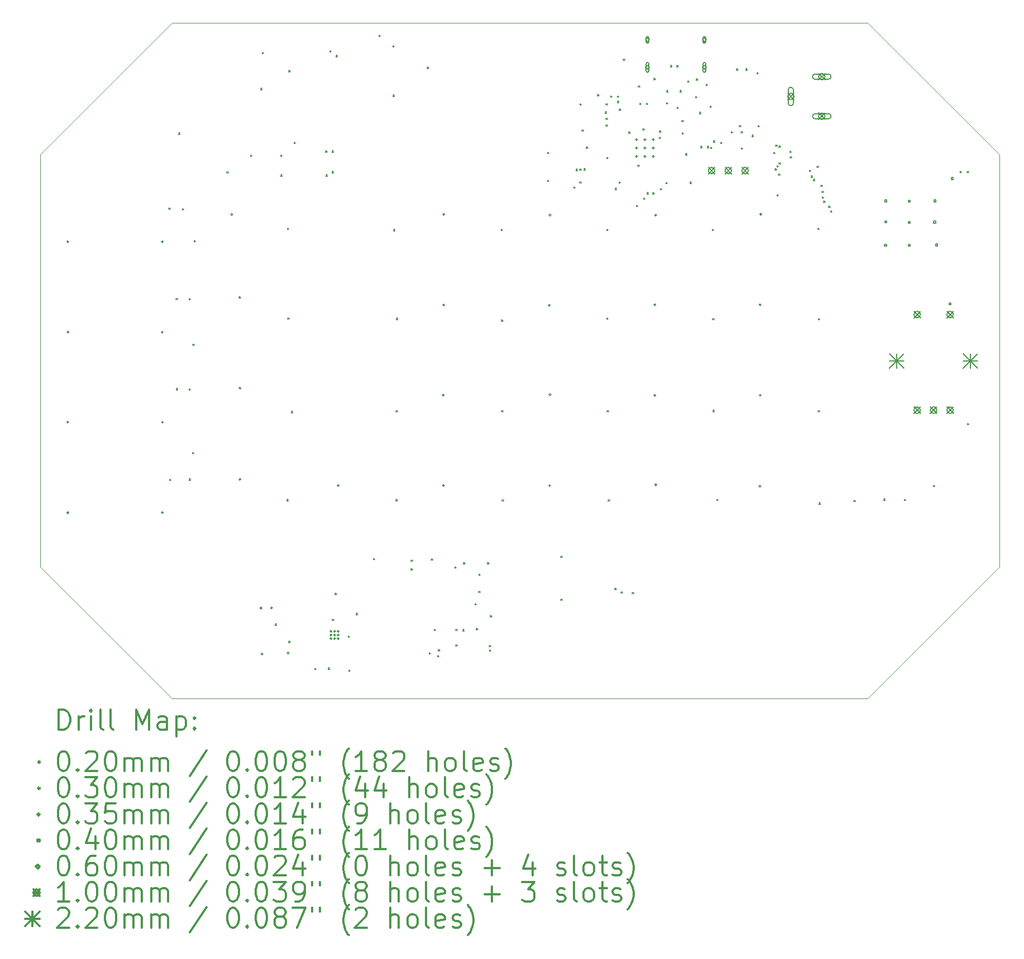
<source format=gbr>
%FSLAX45Y45*%
G04 Gerber Fmt 4.5, Leading zero omitted, Abs format (unit mm)*
G04 Created by KiCad (PCBNEW 5.1.9+dfsg1-1~bpo10+1) date 2021-11-03 11:33:02*
%MOMM*%
%LPD*%
G01*
G04 APERTURE LIST*
%TA.AperFunction,Profile*%
%ADD10C,0.050000*%
%TD*%
%ADD11C,0.200000*%
%ADD12C,0.300000*%
G04 APERTURE END LIST*
D10*
X9209000Y-13427500D02*
X7209000Y-11427500D01*
X19759000Y-13427500D02*
X9209000Y-13427500D01*
X21759000Y-11427500D02*
X19759000Y-13427500D01*
X21759000Y-5167500D02*
X21759000Y-11427500D01*
X19759000Y-3167500D02*
X21759000Y-5167500D01*
X9209000Y-3167500D02*
X19759000Y-3167500D01*
X7209000Y-5167500D02*
X9209000Y-3167500D01*
X7209000Y-11427500D02*
X7209000Y-5167500D01*
D11*
X9161000Y-5978500D02*
X9181000Y-5998500D01*
X9181000Y-5978500D02*
X9161000Y-5998500D01*
X9176000Y-10092500D02*
X9196000Y-10112500D01*
X9196000Y-10092500D02*
X9176000Y-10112500D01*
X9272000Y-7351500D02*
X9292000Y-7371500D01*
X9292000Y-7351500D02*
X9272000Y-7371500D01*
X9278000Y-8718500D02*
X9298000Y-8738500D01*
X9298000Y-8718500D02*
X9278000Y-8738500D01*
X9312000Y-4841500D02*
X9332000Y-4861500D01*
X9332000Y-4841500D02*
X9312000Y-4861500D01*
X9369025Y-5987156D02*
X9389025Y-6007156D01*
X9389025Y-5987156D02*
X9369025Y-6007156D01*
X9469000Y-7352500D02*
X9489000Y-7372500D01*
X9489000Y-7352500D02*
X9469000Y-7372500D01*
X9470000Y-10091500D02*
X9490000Y-10111500D01*
X9490000Y-10091500D02*
X9470000Y-10111500D01*
X9471000Y-8722500D02*
X9491000Y-8742500D01*
X9491000Y-8722500D02*
X9471000Y-8742500D01*
X9519000Y-9690500D02*
X9539000Y-9710500D01*
X9539000Y-9690500D02*
X9519000Y-9710500D01*
X9524000Y-8044500D02*
X9544000Y-8064500D01*
X9544000Y-8044500D02*
X9524000Y-8064500D01*
X9544000Y-6470500D02*
X9564000Y-6490500D01*
X9564000Y-6470500D02*
X9544000Y-6490500D01*
X10043000Y-5430500D02*
X10063000Y-5450500D01*
X10063000Y-5430500D02*
X10043000Y-5450500D01*
X10402000Y-5177500D02*
X10422000Y-5197500D01*
X10422000Y-5177500D02*
X10402000Y-5197500D01*
X10554000Y-4163500D02*
X10574000Y-4183500D01*
X10574000Y-4163500D02*
X10554000Y-4183500D01*
X10581000Y-3615500D02*
X10601000Y-3635500D01*
X10601000Y-3615500D02*
X10581000Y-3635500D01*
X10775000Y-12290500D02*
X10795000Y-12310500D01*
X10795000Y-12290500D02*
X10775000Y-12310500D01*
X10858000Y-5176995D02*
X10878000Y-5196995D01*
X10878000Y-5176995D02*
X10858000Y-5196995D01*
X10859000Y-5475500D02*
X10879000Y-5495500D01*
X10879000Y-5475500D02*
X10859000Y-5495500D01*
X10954000Y-10402500D02*
X10974000Y-10422500D01*
X10974000Y-10402500D02*
X10954000Y-10422500D01*
X10963000Y-6286500D02*
X10983000Y-6306500D01*
X10983000Y-6286500D02*
X10963000Y-6306500D01*
X10966000Y-7649500D02*
X10986000Y-7669500D01*
X10986000Y-7649500D02*
X10966000Y-7669500D01*
X10981000Y-3893500D02*
X11001000Y-3913500D01*
X11001000Y-3893500D02*
X10981000Y-3913500D01*
X10983000Y-12553500D02*
X11003000Y-12573500D01*
X11003000Y-12553500D02*
X10983000Y-12573500D01*
X11022000Y-9066500D02*
X11042000Y-9086500D01*
X11042000Y-9066500D02*
X11022000Y-9086500D01*
X11061000Y-4980500D02*
X11081000Y-5000500D01*
X11081000Y-4980500D02*
X11061000Y-5000500D01*
X11377000Y-12965500D02*
X11397000Y-12985500D01*
X11397000Y-12965500D02*
X11377000Y-12985500D01*
X11539740Y-5111088D02*
X11559740Y-5131088D01*
X11559740Y-5111088D02*
X11539740Y-5131088D01*
X11544554Y-5475201D02*
X11564554Y-5495201D01*
X11564554Y-5475201D02*
X11544554Y-5495201D01*
X11577000Y-12960500D02*
X11597000Y-12980500D01*
X11597000Y-12960500D02*
X11577000Y-12980500D01*
X11604000Y-3594500D02*
X11624000Y-3614500D01*
X11624000Y-3594500D02*
X11604000Y-3614500D01*
X11638068Y-5425397D02*
X11658068Y-5445397D01*
X11658068Y-5425397D02*
X11638068Y-5445397D01*
X11639162Y-5111088D02*
X11659162Y-5131088D01*
X11659162Y-5111088D02*
X11639162Y-5131088D01*
X11641000Y-12222500D02*
X11661000Y-12242500D01*
X11661000Y-12222500D02*
X11641000Y-12242500D01*
X11683000Y-11827500D02*
X11703000Y-11847500D01*
X11703000Y-11827500D02*
X11683000Y-11847500D01*
X11696000Y-3663500D02*
X11716000Y-3683500D01*
X11716000Y-3663500D02*
X11696000Y-3683500D01*
X11884000Y-12476500D02*
X11904000Y-12496500D01*
X11904000Y-12476500D02*
X11884000Y-12496500D01*
X11890000Y-12989500D02*
X11910000Y-13009500D01*
X11910000Y-12989500D02*
X11890000Y-13009500D01*
X12002000Y-12130500D02*
X12022000Y-12150500D01*
X12022000Y-12130500D02*
X12002000Y-12150500D01*
X12264000Y-11299500D02*
X12284000Y-11319500D01*
X12284000Y-11299500D02*
X12264000Y-11319500D01*
X12347000Y-3355500D02*
X12367000Y-3375500D01*
X12367000Y-3355500D02*
X12347000Y-3375500D01*
X12562000Y-3518500D02*
X12582000Y-3538500D01*
X12582000Y-3518500D02*
X12562000Y-3538500D01*
X12562000Y-4266500D02*
X12582000Y-4286500D01*
X12582000Y-4266500D02*
X12562000Y-4286500D01*
X12569000Y-6304500D02*
X12589000Y-6324500D01*
X12589000Y-6304500D02*
X12569000Y-6324500D01*
X12607000Y-9054500D02*
X12627000Y-9074500D01*
X12627000Y-9054500D02*
X12607000Y-9074500D01*
X12607000Y-10402500D02*
X12627000Y-10422500D01*
X12627000Y-10402500D02*
X12607000Y-10422500D01*
X12611000Y-7652500D02*
X12631000Y-7672500D01*
X12631000Y-7652500D02*
X12611000Y-7672500D01*
X12835000Y-11323500D02*
X12855000Y-11343500D01*
X12855000Y-11323500D02*
X12835000Y-11343500D01*
X12835000Y-11453500D02*
X12855000Y-11473500D01*
X12855000Y-11453500D02*
X12835000Y-11473500D01*
X13082000Y-3842500D02*
X13102000Y-3862500D01*
X13102000Y-3842500D02*
X13082000Y-3862500D01*
X13109000Y-12728500D02*
X13129000Y-12748500D01*
X13129000Y-12728500D02*
X13109000Y-12748500D01*
X13141000Y-11303500D02*
X13161000Y-11323500D01*
X13161000Y-11303500D02*
X13141000Y-11323500D01*
X13186000Y-12371500D02*
X13206000Y-12391500D01*
X13206000Y-12371500D02*
X13186000Y-12391500D01*
X13240000Y-12768500D02*
X13260000Y-12788500D01*
X13260000Y-12768500D02*
X13240000Y-12788500D01*
X13252000Y-12682500D02*
X13272000Y-12702500D01*
X13272000Y-12682500D02*
X13252000Y-12702500D01*
X13499000Y-11425201D02*
X13519000Y-11445201D01*
X13519000Y-11425201D02*
X13499000Y-11445201D01*
X13513000Y-12374500D02*
X13533000Y-12394500D01*
X13533000Y-12374500D02*
X13513000Y-12394500D01*
X13514000Y-12609500D02*
X13534000Y-12629500D01*
X13534000Y-12609500D02*
X13514000Y-12629500D01*
X13619000Y-12375500D02*
X13639000Y-12395500D01*
X13639000Y-12375500D02*
X13619000Y-12395500D01*
X13631000Y-11361500D02*
X13651000Y-11381500D01*
X13651000Y-11361500D02*
X13631000Y-11381500D01*
X13805000Y-11985500D02*
X13825000Y-12005500D01*
X13825000Y-11985500D02*
X13805000Y-12005500D01*
X13826000Y-12358500D02*
X13846000Y-12378500D01*
X13846000Y-12358500D02*
X13826000Y-12378500D01*
X13859000Y-11796500D02*
X13879000Y-11816500D01*
X13879000Y-11796500D02*
X13859000Y-11816500D01*
X13865000Y-11532500D02*
X13885000Y-11552500D01*
X13885000Y-11532500D02*
X13865000Y-11552500D01*
X13997000Y-11360500D02*
X14017000Y-11380500D01*
X14017000Y-11360500D02*
X13997000Y-11380500D01*
X14020000Y-12620500D02*
X14040000Y-12640500D01*
X14040000Y-12620500D02*
X14020000Y-12640500D01*
X14024000Y-12685500D02*
X14044000Y-12705500D01*
X14044000Y-12685500D02*
X14024000Y-12705500D01*
X14037000Y-12163500D02*
X14057000Y-12183500D01*
X14057000Y-12163500D02*
X14037000Y-12183500D01*
X14205000Y-6302500D02*
X14225000Y-6322500D01*
X14225000Y-6302500D02*
X14205000Y-6322500D01*
X14206000Y-7678500D02*
X14226000Y-7698500D01*
X14226000Y-7678500D02*
X14206000Y-7698500D01*
X14208000Y-9054500D02*
X14228000Y-9074500D01*
X14228000Y-9054500D02*
X14208000Y-9074500D01*
X14215000Y-10406500D02*
X14235000Y-10426500D01*
X14235000Y-10406500D02*
X14215000Y-10426500D01*
X14906000Y-5131087D02*
X14926000Y-5151087D01*
X14926000Y-5131087D02*
X14906000Y-5151087D01*
X14906000Y-5557500D02*
X14926000Y-5577500D01*
X14926000Y-5557500D02*
X14906000Y-5577500D01*
X15104000Y-11261398D02*
X15124000Y-11281398D01*
X15124000Y-11261398D02*
X15104000Y-11281398D01*
X15105000Y-11912500D02*
X15125000Y-11932500D01*
X15125000Y-11912500D02*
X15105000Y-11932500D01*
X15303000Y-5659500D02*
X15323000Y-5679500D01*
X15323000Y-5659500D02*
X15303000Y-5679500D01*
X15337000Y-5390500D02*
X15357000Y-5410500D01*
X15357000Y-5390500D02*
X15337000Y-5410500D01*
X15393000Y-5584500D02*
X15413000Y-5604500D01*
X15413000Y-5584500D02*
X15393000Y-5604500D01*
X15394000Y-5389500D02*
X15414000Y-5409500D01*
X15414000Y-5389500D02*
X15394000Y-5409500D01*
X15398000Y-4397500D02*
X15418000Y-4417500D01*
X15418000Y-4397500D02*
X15398000Y-4417500D01*
X15426088Y-4795800D02*
X15446088Y-4815800D01*
X15446088Y-4795800D02*
X15426088Y-4815800D01*
X15454000Y-5384500D02*
X15474000Y-5404500D01*
X15474000Y-5384500D02*
X15454000Y-5404500D01*
X15494000Y-5052500D02*
X15514000Y-5072500D01*
X15514000Y-5052500D02*
X15494000Y-5072500D01*
X15664701Y-4258500D02*
X15684701Y-4278500D01*
X15684701Y-4258500D02*
X15664701Y-4278500D01*
X15777000Y-4518500D02*
X15797000Y-4538500D01*
X15797000Y-4518500D02*
X15777000Y-4538500D01*
X15792000Y-4398500D02*
X15812000Y-4418500D01*
X15812000Y-4398500D02*
X15792000Y-4418500D01*
X15792000Y-4618500D02*
X15812000Y-4638500D01*
X15812000Y-4618500D02*
X15792000Y-4638500D01*
X15792000Y-4718500D02*
X15812000Y-4738500D01*
X15812000Y-4718500D02*
X15792000Y-4738500D01*
X15801000Y-7648500D02*
X15821000Y-7668500D01*
X15821000Y-7648500D02*
X15801000Y-7668500D01*
X15802000Y-5208500D02*
X15822000Y-5228500D01*
X15822000Y-5208500D02*
X15802000Y-5228500D01*
X15806000Y-6302500D02*
X15826000Y-6322500D01*
X15826000Y-6302500D02*
X15806000Y-6322500D01*
X15809000Y-9051500D02*
X15829000Y-9071500D01*
X15829000Y-9051500D02*
X15809000Y-9071500D01*
X15825000Y-10409500D02*
X15845000Y-10429500D01*
X15845000Y-10409500D02*
X15825000Y-10429500D01*
X15862000Y-4278500D02*
X15882000Y-4298500D01*
X15882000Y-4278500D02*
X15862000Y-4298500D01*
X15925000Y-11749500D02*
X15945000Y-11769500D01*
X15945000Y-11749500D02*
X15925000Y-11769500D01*
X15932000Y-5678500D02*
X15952000Y-5698500D01*
X15952000Y-5678500D02*
X15932000Y-5698500D01*
X15962000Y-4278500D02*
X15982000Y-4298500D01*
X15982000Y-4278500D02*
X15962000Y-4298500D01*
X15962000Y-4358500D02*
X15982000Y-4378500D01*
X15982000Y-4358500D02*
X15962000Y-4378500D01*
X15992000Y-5581902D02*
X16012000Y-5601902D01*
X16012000Y-5581902D02*
X15992000Y-5601902D01*
X15995049Y-4478490D02*
X16015049Y-4498490D01*
X16015049Y-4478490D02*
X15995049Y-4498490D01*
X16019000Y-11805500D02*
X16039000Y-11825500D01*
X16039000Y-11805500D02*
X16019000Y-11825500D01*
X16052000Y-3718500D02*
X16072000Y-3738500D01*
X16072000Y-3718500D02*
X16052000Y-3738500D01*
X16137000Y-4823500D02*
X16157000Y-4843500D01*
X16157000Y-4823500D02*
X16137000Y-4843500D01*
X16189000Y-11814500D02*
X16209000Y-11834500D01*
X16209000Y-11814500D02*
X16189000Y-11834500D01*
X16252000Y-5938500D02*
X16272000Y-5958500D01*
X16272000Y-5938500D02*
X16252000Y-5958500D01*
X16272000Y-5328500D02*
X16292000Y-5348500D01*
X16292000Y-5328500D02*
X16272000Y-5348500D01*
X16282000Y-4128500D02*
X16302000Y-4148500D01*
X16302000Y-4128500D02*
X16282000Y-4148500D01*
X16302000Y-4388500D02*
X16322000Y-4408500D01*
X16322000Y-4388500D02*
X16302000Y-4408500D01*
X16348299Y-4778500D02*
X16368299Y-4798500D01*
X16368299Y-4778500D02*
X16348299Y-4798500D01*
X16362000Y-5828500D02*
X16382000Y-5848500D01*
X16382000Y-5828500D02*
X16362000Y-5848500D01*
X16402000Y-4388500D02*
X16422000Y-4408500D01*
X16422000Y-4388500D02*
X16402000Y-4408500D01*
X16412000Y-5748500D02*
X16432000Y-5768500D01*
X16432000Y-5748500D02*
X16412000Y-5768500D01*
X16502000Y-5748500D02*
X16522000Y-5768500D01*
X16522000Y-5748500D02*
X16502000Y-5768500D01*
X16519500Y-4010598D02*
X16539500Y-4030598D01*
X16539500Y-4010598D02*
X16519500Y-4030598D01*
X16599299Y-4903367D02*
X16619299Y-4923367D01*
X16619299Y-4903367D02*
X16599299Y-4923367D01*
X16602000Y-4808500D02*
X16622000Y-4828500D01*
X16622000Y-4808500D02*
X16602000Y-4828500D01*
X16615000Y-5681500D02*
X16635000Y-5701500D01*
X16635000Y-5681500D02*
X16615000Y-5701500D01*
X16698694Y-5591806D02*
X16718694Y-5611806D01*
X16718694Y-5591806D02*
X16698694Y-5611806D01*
X16712000Y-4378500D02*
X16732000Y-4398500D01*
X16732000Y-4378500D02*
X16712000Y-4398500D01*
X16712000Y-4198500D02*
X16732000Y-4218500D01*
X16732000Y-4198500D02*
X16712000Y-4218500D01*
X16766000Y-3816500D02*
X16786000Y-3836500D01*
X16786000Y-3816500D02*
X16766000Y-3836500D01*
X16867000Y-3817500D02*
X16887000Y-3837500D01*
X16887000Y-3817500D02*
X16867000Y-3837500D01*
X16872000Y-4448500D02*
X16892000Y-4468500D01*
X16892000Y-4448500D02*
X16872000Y-4468500D01*
X16912000Y-4198500D02*
X16932000Y-4218500D01*
X16932000Y-4198500D02*
X16912000Y-4218500D01*
X16942000Y-4648500D02*
X16962000Y-4668500D01*
X16962000Y-4648500D02*
X16942000Y-4668500D01*
X16947753Y-4835799D02*
X16967753Y-4855799D01*
X16967753Y-4835799D02*
X16947753Y-4855799D01*
X16998701Y-5153201D02*
X17018701Y-5173201D01*
X17018701Y-5153201D02*
X16998701Y-5173201D01*
X17032000Y-4048500D02*
X17052000Y-4068500D01*
X17052000Y-4048500D02*
X17032000Y-4068500D01*
X17066000Y-5586500D02*
X17086000Y-5606500D01*
X17086000Y-5586500D02*
X17066000Y-5606500D01*
X17152000Y-4288500D02*
X17172000Y-4308500D01*
X17172000Y-4288500D02*
X17152000Y-4308500D01*
X17162000Y-4018500D02*
X17182000Y-4038500D01*
X17182000Y-4018500D02*
X17162000Y-4038500D01*
X17210000Y-4529500D02*
X17230000Y-4549500D01*
X17230000Y-4529500D02*
X17210000Y-4549500D01*
X17227990Y-5045000D02*
X17247990Y-5065000D01*
X17247990Y-5045000D02*
X17227990Y-5065000D01*
X17312000Y-4098500D02*
X17332000Y-4118500D01*
X17332000Y-4098500D02*
X17312000Y-4118500D01*
X17328740Y-5043979D02*
X17348740Y-5063979D01*
X17348740Y-5043979D02*
X17328740Y-5063979D01*
X17368000Y-4432500D02*
X17388000Y-4452500D01*
X17388000Y-4432500D02*
X17368000Y-4452500D01*
X17380299Y-5054892D02*
X17400299Y-5074892D01*
X17400299Y-5054892D02*
X17380299Y-5074892D01*
X17406000Y-6300500D02*
X17426000Y-6320500D01*
X17426000Y-6300500D02*
X17406000Y-6320500D01*
X17409000Y-7655500D02*
X17429000Y-7675500D01*
X17429000Y-7655500D02*
X17409000Y-7675500D01*
X17410000Y-9050500D02*
X17430000Y-9070500D01*
X17430000Y-9050500D02*
X17410000Y-9070500D01*
X17423000Y-4960500D02*
X17443000Y-4980500D01*
X17443000Y-4960500D02*
X17423000Y-4980500D01*
X17472000Y-10400500D02*
X17492000Y-10420500D01*
X17492000Y-10400500D02*
X17472000Y-10420500D01*
X17531000Y-4981500D02*
X17551000Y-5001500D01*
X17551000Y-4981500D02*
X17531000Y-5001500D01*
X17690000Y-4821500D02*
X17710000Y-4841500D01*
X17710000Y-4821500D02*
X17690000Y-4841500D01*
X17771000Y-3867500D02*
X17791000Y-3887500D01*
X17791000Y-3867500D02*
X17771000Y-3887500D01*
X17813000Y-4729500D02*
X17833000Y-4749500D01*
X17833000Y-4729500D02*
X17813000Y-4749500D01*
X17840000Y-4822500D02*
X17860000Y-4842500D01*
X17860000Y-4822500D02*
X17840000Y-4842500D01*
X17845000Y-5065500D02*
X17865000Y-5085500D01*
X17865000Y-5065500D02*
X17845000Y-5085500D01*
X17911000Y-3867500D02*
X17931000Y-3887500D01*
X17931000Y-3867500D02*
X17911000Y-3887500D01*
X18007000Y-4874500D02*
X18027000Y-4894500D01*
X18027000Y-4874500D02*
X18007000Y-4894500D01*
X18080000Y-3921500D02*
X18100000Y-3941500D01*
X18100000Y-3921500D02*
X18080000Y-3941500D01*
X18100000Y-4726500D02*
X18120000Y-4746500D01*
X18120000Y-4726500D02*
X18100000Y-4746500D01*
X18333623Y-5131488D02*
X18353623Y-5151488D01*
X18353623Y-5131488D02*
X18333623Y-5151488D01*
X18355170Y-5383035D02*
X18375170Y-5403035D01*
X18375170Y-5383035D02*
X18355170Y-5403035D01*
X18363946Y-5023755D02*
X18383946Y-5043755D01*
X18383946Y-5023755D02*
X18363946Y-5043755D01*
X18383910Y-5338860D02*
X18403910Y-5358860D01*
X18403910Y-5338860D02*
X18383910Y-5358860D01*
X18387000Y-5779500D02*
X18407000Y-5799500D01*
X18407000Y-5779500D02*
X18387000Y-5799500D01*
X18406516Y-5461404D02*
X18426516Y-5481404D01*
X18426516Y-5461404D02*
X18406516Y-5481404D01*
X18415021Y-5036746D02*
X18435021Y-5056746D01*
X18435021Y-5036746D02*
X18415021Y-5056746D01*
X18415740Y-5296857D02*
X18435740Y-5316857D01*
X18435740Y-5296857D02*
X18415740Y-5316857D01*
X18582000Y-5117500D02*
X18602000Y-5137500D01*
X18602000Y-5117500D02*
X18582000Y-5137500D01*
X18583402Y-5203363D02*
X18603402Y-5223363D01*
X18603402Y-5203363D02*
X18583402Y-5223363D01*
X18875000Y-5406500D02*
X18895000Y-5426500D01*
X18895000Y-5406500D02*
X18875000Y-5426500D01*
X18901000Y-5494500D02*
X18921000Y-5514500D01*
X18921000Y-5494500D02*
X18901000Y-5514500D01*
X18935263Y-5545294D02*
X18955263Y-5565294D01*
X18955263Y-5545294D02*
X18935263Y-5565294D01*
X18990000Y-5343500D02*
X19010000Y-5363500D01*
X19010000Y-5343500D02*
X18990000Y-5363500D01*
X19005000Y-6287500D02*
X19025000Y-6307500D01*
X19025000Y-6287500D02*
X19005000Y-6307500D01*
X19009000Y-9053500D02*
X19029000Y-9073500D01*
X19029000Y-9053500D02*
X19009000Y-9073500D01*
X19013000Y-7654500D02*
X19033000Y-7674500D01*
X19033000Y-7654500D02*
X19013000Y-7674500D01*
X19019000Y-10455500D02*
X19039000Y-10475500D01*
X19039000Y-10455500D02*
X19019000Y-10475500D01*
X19050000Y-5632500D02*
X19070000Y-5652500D01*
X19070000Y-5632500D02*
X19050000Y-5652500D01*
X19067000Y-5723500D02*
X19087000Y-5743500D01*
X19087000Y-5723500D02*
X19067000Y-5743500D01*
X19073817Y-5808683D02*
X19093817Y-5828683D01*
X19093817Y-5808683D02*
X19073817Y-5828683D01*
X19093194Y-5874306D02*
X19113194Y-5894306D01*
X19113194Y-5874306D02*
X19093194Y-5894306D01*
X19169000Y-5951500D02*
X19189000Y-5971500D01*
X19189000Y-5951500D02*
X19169000Y-5971500D01*
X19201000Y-6024500D02*
X19221000Y-6044500D01*
X19221000Y-6024500D02*
X19201000Y-6044500D01*
X19551000Y-10415500D02*
X19571000Y-10435500D01*
X19571000Y-10415500D02*
X19551000Y-10435500D01*
X20004000Y-10394500D02*
X20024000Y-10414500D01*
X20024000Y-10394500D02*
X20004000Y-10414500D01*
X20316000Y-10398500D02*
X20336000Y-10418500D01*
X20336000Y-10398500D02*
X20316000Y-10418500D01*
X20757000Y-10185500D02*
X20777000Y-10205500D01*
X20777000Y-10185500D02*
X20757000Y-10205500D01*
X21272000Y-9249500D02*
X21292000Y-9269500D01*
X21292000Y-9249500D02*
X21272000Y-9269500D01*
X7644000Y-6492500D02*
G75*
G03*
X7644000Y-6492500I-15000J0D01*
G01*
X7645000Y-9230500D02*
G75*
G03*
X7645000Y-9230500I-15000J0D01*
G01*
X7647000Y-10604500D02*
G75*
G03*
X7647000Y-10604500I-15000J0D01*
G01*
X7649000Y-7862500D02*
G75*
G03*
X7649000Y-7862500I-15000J0D01*
G01*
X9077000Y-7864500D02*
G75*
G03*
X9077000Y-7864500I-15000J0D01*
G01*
X9078000Y-10601500D02*
G75*
G03*
X9078000Y-10601500I-15000J0D01*
G01*
X9079000Y-6491500D02*
G75*
G03*
X9079000Y-6491500I-15000J0D01*
G01*
X9080000Y-9231500D02*
G75*
G03*
X9080000Y-9231500I-15000J0D01*
G01*
X10132000Y-6079500D02*
G75*
G03*
X10132000Y-6079500I-15000J0D01*
G01*
X10252000Y-7339500D02*
G75*
G03*
X10252000Y-7339500I-15000J0D01*
G01*
X10256000Y-8713500D02*
G75*
G03*
X10256000Y-8713500I-15000J0D01*
G01*
X10257000Y-10098500D02*
G75*
G03*
X10257000Y-10098500I-15000J0D01*
G01*
X10573000Y-12052500D02*
G75*
G03*
X10573000Y-12052500I-15000J0D01*
G01*
X10589000Y-12747500D02*
G75*
G03*
X10589000Y-12747500I-15000J0D01*
G01*
X10734000Y-12049500D02*
G75*
G03*
X10734000Y-12049500I-15000J0D01*
G01*
X10984701Y-12732501D02*
G75*
G03*
X10984701Y-12732501I-15000J0D01*
G01*
X11636000Y-12406500D02*
G75*
G03*
X11636000Y-12406500I-15000J0D01*
G01*
X11636000Y-12461500D02*
G75*
G03*
X11636000Y-12461500I-15000J0D01*
G01*
X11636000Y-12516500D02*
G75*
G03*
X11636000Y-12516500I-15000J0D01*
G01*
X11691000Y-12406500D02*
G75*
G03*
X11691000Y-12406500I-15000J0D01*
G01*
X11691000Y-12461500D02*
G75*
G03*
X11691000Y-12461500I-15000J0D01*
G01*
X11691000Y-12516500D02*
G75*
G03*
X11691000Y-12516500I-15000J0D01*
G01*
X11745000Y-10191500D02*
G75*
G03*
X11745000Y-10191500I-15000J0D01*
G01*
X11746000Y-12406500D02*
G75*
G03*
X11746000Y-12406500I-15000J0D01*
G01*
X11746000Y-12461500D02*
G75*
G03*
X11746000Y-12461500I-15000J0D01*
G01*
X11746000Y-12516500D02*
G75*
G03*
X11746000Y-12516500I-15000J0D01*
G01*
X13338000Y-8820500D02*
G75*
G03*
X13338000Y-8820500I-15000J0D01*
G01*
X13342000Y-10192500D02*
G75*
G03*
X13342000Y-10192500I-15000J0D01*
G01*
X13346000Y-7451500D02*
G75*
G03*
X13346000Y-7451500I-15000J0D01*
G01*
X13347000Y-6076500D02*
G75*
G03*
X13347000Y-6076500I-15000J0D01*
G01*
X14946000Y-7457500D02*
G75*
G03*
X14946000Y-7457500I-15000J0D01*
G01*
X14952000Y-10195500D02*
G75*
G03*
X14952000Y-10195500I-15000J0D01*
G01*
X14956000Y-8813500D02*
G75*
G03*
X14956000Y-8813500I-15000J0D01*
G01*
X14957000Y-6086500D02*
G75*
G03*
X14957000Y-6086500I-15000J0D01*
G01*
X16546000Y-7448500D02*
G75*
G03*
X16546000Y-7448500I-15000J0D01*
G01*
X16547000Y-8824500D02*
G75*
G03*
X16547000Y-8824500I-15000J0D01*
G01*
X16559000Y-6087500D02*
G75*
G03*
X16559000Y-6087500I-15000J0D01*
G01*
X16561000Y-10180500D02*
G75*
G03*
X16561000Y-10180500I-15000J0D01*
G01*
X18139000Y-10203500D02*
G75*
G03*
X18139000Y-10203500I-15000J0D01*
G01*
X18143000Y-7448500D02*
G75*
G03*
X18143000Y-7448500I-15000J0D01*
G01*
X18144000Y-8823500D02*
G75*
G03*
X18144000Y-8823500I-15000J0D01*
G01*
X18152000Y-6074500D02*
G75*
G03*
X18152000Y-6074500I-15000J0D01*
G01*
X21185000Y-5435500D02*
G75*
G03*
X21185000Y-5435500I-15000J0D01*
G01*
X21293000Y-5436500D02*
G75*
G03*
X21293000Y-5436500I-15000J0D01*
G01*
X16253500Y-4923500D02*
X16253500Y-4958500D01*
X16236000Y-4941000D02*
X16271000Y-4941000D01*
X16253500Y-5051000D02*
X16253500Y-5086000D01*
X16236000Y-5068500D02*
X16271000Y-5068500D01*
X16253500Y-5178500D02*
X16253500Y-5213500D01*
X16236000Y-5196000D02*
X16271000Y-5196000D01*
X16381000Y-4923500D02*
X16381000Y-4958500D01*
X16363500Y-4941000D02*
X16398500Y-4941000D01*
X16381000Y-5051000D02*
X16381000Y-5086000D01*
X16363500Y-5068500D02*
X16398500Y-5068500D01*
X16381000Y-5178500D02*
X16381000Y-5213500D01*
X16363500Y-5196000D02*
X16398500Y-5196000D01*
X16508500Y-4923500D02*
X16508500Y-4958500D01*
X16491000Y-4941000D02*
X16526000Y-4941000D01*
X16508500Y-5051000D02*
X16508500Y-5086000D01*
X16491000Y-5068500D02*
X16526000Y-5068500D01*
X16508500Y-5178500D02*
X16508500Y-5213500D01*
X16491000Y-5196000D02*
X16526000Y-5196000D01*
X20044142Y-6560642D02*
X20044142Y-6532358D01*
X20015858Y-6532358D01*
X20015858Y-6560642D01*
X20044142Y-6560642D01*
X20047142Y-6203642D02*
X20047142Y-6175358D01*
X20018858Y-6175358D01*
X20018858Y-6203642D01*
X20047142Y-6203642D01*
X20050142Y-5885642D02*
X20050142Y-5857358D01*
X20021858Y-5857358D01*
X20021858Y-5885642D01*
X20050142Y-5885642D01*
X20402142Y-6560642D02*
X20402142Y-6532358D01*
X20373858Y-6532358D01*
X20373858Y-6560642D01*
X20402142Y-6560642D01*
X20403142Y-6209142D02*
X20403142Y-6180858D01*
X20374858Y-6180858D01*
X20374858Y-6209142D01*
X20403142Y-6209142D01*
X20405142Y-5888642D02*
X20405142Y-5860358D01*
X20376858Y-5860358D01*
X20376858Y-5888642D01*
X20405142Y-5888642D01*
X20788142Y-6206642D02*
X20788142Y-6178358D01*
X20759858Y-6178358D01*
X20759858Y-6206642D01*
X20788142Y-6206642D01*
X20791142Y-5885642D02*
X20791142Y-5857358D01*
X20762858Y-5857358D01*
X20762858Y-5885642D01*
X20791142Y-5885642D01*
X20819142Y-6555642D02*
X20819142Y-6527358D01*
X20790858Y-6527358D01*
X20790858Y-6555642D01*
X20819142Y-6555642D01*
X21020142Y-7449642D02*
X21020142Y-7421358D01*
X20991858Y-7421358D01*
X20991858Y-7449642D01*
X21020142Y-7449642D01*
X21055142Y-5547642D02*
X21055142Y-5519358D01*
X21026858Y-5519358D01*
X21026858Y-5547642D01*
X21055142Y-5547642D01*
X16420000Y-3458500D02*
X16450000Y-3428500D01*
X16420000Y-3398500D01*
X16390000Y-3428500D01*
X16420000Y-3458500D01*
X16440000Y-3458500D02*
X16440000Y-3398500D01*
X16400000Y-3458500D02*
X16400000Y-3398500D01*
X16440000Y-3398500D02*
G75*
G03*
X16400000Y-3398500I-20000J0D01*
G01*
X16400000Y-3458500D02*
G75*
G03*
X16440000Y-3458500I20000J0D01*
G01*
X16420000Y-3876500D02*
X16450000Y-3846500D01*
X16420000Y-3816500D01*
X16390000Y-3846500D01*
X16420000Y-3876500D01*
X16440000Y-3901500D02*
X16440000Y-3791500D01*
X16400000Y-3901500D02*
X16400000Y-3791500D01*
X16440000Y-3791500D02*
G75*
G03*
X16400000Y-3791500I-20000J0D01*
G01*
X16400000Y-3901500D02*
G75*
G03*
X16440000Y-3901500I20000J0D01*
G01*
X17284000Y-3458500D02*
X17314000Y-3428500D01*
X17284000Y-3398500D01*
X17254000Y-3428500D01*
X17284000Y-3458500D01*
X17304000Y-3458500D02*
X17304000Y-3398500D01*
X17264000Y-3458500D02*
X17264000Y-3398500D01*
X17304000Y-3398500D02*
G75*
G03*
X17264000Y-3398500I-20000J0D01*
G01*
X17264000Y-3458500D02*
G75*
G03*
X17304000Y-3458500I20000J0D01*
G01*
X17284000Y-3876500D02*
X17314000Y-3846500D01*
X17284000Y-3816500D01*
X17254000Y-3846500D01*
X17284000Y-3876500D01*
X17304000Y-3901500D02*
X17304000Y-3791500D01*
X17264000Y-3901500D02*
X17264000Y-3791500D01*
X17304000Y-3791500D02*
G75*
G03*
X17264000Y-3791500I-20000J0D01*
G01*
X17264000Y-3901500D02*
G75*
G03*
X17304000Y-3901500I20000J0D01*
G01*
X17342000Y-5361500D02*
X17442000Y-5461500D01*
X17442000Y-5361500D02*
X17342000Y-5461500D01*
X17442000Y-5411500D02*
G75*
G03*
X17442000Y-5411500I-50000J0D01*
G01*
X17596000Y-5361500D02*
X17696000Y-5461500D01*
X17696000Y-5361500D02*
X17596000Y-5461500D01*
X17696000Y-5411500D02*
G75*
G03*
X17696000Y-5411500I-50000J0D01*
G01*
X17850000Y-5361500D02*
X17950000Y-5461500D01*
X17950000Y-5361500D02*
X17850000Y-5461500D01*
X17950000Y-5411500D02*
G75*
G03*
X17950000Y-5411500I-50000J0D01*
G01*
X18544000Y-4237500D02*
X18644000Y-4337500D01*
X18644000Y-4237500D02*
X18544000Y-4337500D01*
X18644000Y-4287500D02*
G75*
G03*
X18644000Y-4287500I-50000J0D01*
G01*
X18554000Y-4187500D02*
X18554000Y-4387500D01*
X18634000Y-4187500D02*
X18634000Y-4387500D01*
X18554000Y-4387500D02*
G75*
G03*
X18634000Y-4387500I40000J0D01*
G01*
X18634000Y-4187500D02*
G75*
G03*
X18554000Y-4187500I-40000J0D01*
G01*
X19014000Y-3937500D02*
X19114000Y-4037500D01*
X19114000Y-3937500D02*
X19014000Y-4037500D01*
X19114000Y-3987500D02*
G75*
G03*
X19114000Y-3987500I-50000J0D01*
G01*
X19164000Y-3947500D02*
X18964000Y-3947500D01*
X19164000Y-4027500D02*
X18964000Y-4027500D01*
X18964000Y-3947500D02*
G75*
G03*
X18964000Y-4027500I0J-40000D01*
G01*
X19164000Y-4027500D02*
G75*
G03*
X19164000Y-3947500I0J40000D01*
G01*
X19014000Y-4537500D02*
X19114000Y-4637500D01*
X19114000Y-4537500D02*
X19014000Y-4637500D01*
X19114000Y-4587500D02*
G75*
G03*
X19114000Y-4587500I-50000J0D01*
G01*
X19164000Y-4547500D02*
X18964000Y-4547500D01*
X19164000Y-4627500D02*
X18964000Y-4627500D01*
X18964000Y-4547500D02*
G75*
G03*
X18964000Y-4627500I0J-40000D01*
G01*
X19164000Y-4627500D02*
G75*
G03*
X19164000Y-4547500I0J40000D01*
G01*
X20459000Y-7547500D02*
X20559000Y-7647500D01*
X20559000Y-7547500D02*
X20459000Y-7647500D01*
X20559000Y-7597500D02*
G75*
G03*
X20559000Y-7597500I-50000J0D01*
G01*
X20459000Y-8997500D02*
X20559000Y-9097500D01*
X20559000Y-8997500D02*
X20459000Y-9097500D01*
X20559000Y-9047500D02*
G75*
G03*
X20559000Y-9047500I-50000J0D01*
G01*
X20709000Y-8997500D02*
X20809000Y-9097500D01*
X20809000Y-8997500D02*
X20709000Y-9097500D01*
X20809000Y-9047500D02*
G75*
G03*
X20809000Y-9047500I-50000J0D01*
G01*
X20959000Y-7547500D02*
X21059000Y-7647500D01*
X21059000Y-7547500D02*
X20959000Y-7647500D01*
X21059000Y-7597500D02*
G75*
G03*
X21059000Y-7597500I-50000J0D01*
G01*
X20959000Y-8997500D02*
X21059000Y-9097500D01*
X21059000Y-8997500D02*
X20959000Y-9097500D01*
X21059000Y-9047500D02*
G75*
G03*
X21059000Y-9047500I-50000J0D01*
G01*
X20089000Y-8187500D02*
X20309000Y-8407500D01*
X20309000Y-8187500D02*
X20089000Y-8407500D01*
X20199000Y-8187500D02*
X20199000Y-8407500D01*
X20089000Y-8297500D02*
X20309000Y-8297500D01*
X21209000Y-8187500D02*
X21429000Y-8407500D01*
X21429000Y-8187500D02*
X21209000Y-8407500D01*
X21319000Y-8187500D02*
X21319000Y-8407500D01*
X21209000Y-8297500D02*
X21429000Y-8297500D01*
D12*
X7492928Y-13895714D02*
X7492928Y-13595714D01*
X7564357Y-13595714D01*
X7607214Y-13610000D01*
X7635786Y-13638571D01*
X7650071Y-13667143D01*
X7664357Y-13724286D01*
X7664357Y-13767143D01*
X7650071Y-13824286D01*
X7635786Y-13852857D01*
X7607214Y-13881429D01*
X7564357Y-13895714D01*
X7492928Y-13895714D01*
X7792928Y-13895714D02*
X7792928Y-13695714D01*
X7792928Y-13752857D02*
X7807214Y-13724286D01*
X7821500Y-13710000D01*
X7850071Y-13695714D01*
X7878643Y-13695714D01*
X7978643Y-13895714D02*
X7978643Y-13695714D01*
X7978643Y-13595714D02*
X7964357Y-13610000D01*
X7978643Y-13624286D01*
X7992928Y-13610000D01*
X7978643Y-13595714D01*
X7978643Y-13624286D01*
X8164357Y-13895714D02*
X8135786Y-13881429D01*
X8121500Y-13852857D01*
X8121500Y-13595714D01*
X8321500Y-13895714D02*
X8292928Y-13881429D01*
X8278643Y-13852857D01*
X8278643Y-13595714D01*
X8664357Y-13895714D02*
X8664357Y-13595714D01*
X8764357Y-13810000D01*
X8864357Y-13595714D01*
X8864357Y-13895714D01*
X9135786Y-13895714D02*
X9135786Y-13738571D01*
X9121500Y-13710000D01*
X9092928Y-13695714D01*
X9035786Y-13695714D01*
X9007214Y-13710000D01*
X9135786Y-13881429D02*
X9107214Y-13895714D01*
X9035786Y-13895714D01*
X9007214Y-13881429D01*
X8992928Y-13852857D01*
X8992928Y-13824286D01*
X9007214Y-13795714D01*
X9035786Y-13781429D01*
X9107214Y-13781429D01*
X9135786Y-13767143D01*
X9278643Y-13695714D02*
X9278643Y-13995714D01*
X9278643Y-13710000D02*
X9307214Y-13695714D01*
X9364357Y-13695714D01*
X9392928Y-13710000D01*
X9407214Y-13724286D01*
X9421500Y-13752857D01*
X9421500Y-13838571D01*
X9407214Y-13867143D01*
X9392928Y-13881429D01*
X9364357Y-13895714D01*
X9307214Y-13895714D01*
X9278643Y-13881429D01*
X9550071Y-13867143D02*
X9564357Y-13881429D01*
X9550071Y-13895714D01*
X9535786Y-13881429D01*
X9550071Y-13867143D01*
X9550071Y-13895714D01*
X9550071Y-13710000D02*
X9564357Y-13724286D01*
X9550071Y-13738571D01*
X9535786Y-13724286D01*
X9550071Y-13710000D01*
X9550071Y-13738571D01*
X7186500Y-14380000D02*
X7206500Y-14400000D01*
X7206500Y-14380000D02*
X7186500Y-14400000D01*
X7550071Y-14225714D02*
X7578643Y-14225714D01*
X7607214Y-14240000D01*
X7621500Y-14254286D01*
X7635786Y-14282857D01*
X7650071Y-14340000D01*
X7650071Y-14411429D01*
X7635786Y-14468571D01*
X7621500Y-14497143D01*
X7607214Y-14511429D01*
X7578643Y-14525714D01*
X7550071Y-14525714D01*
X7521500Y-14511429D01*
X7507214Y-14497143D01*
X7492928Y-14468571D01*
X7478643Y-14411429D01*
X7478643Y-14340000D01*
X7492928Y-14282857D01*
X7507214Y-14254286D01*
X7521500Y-14240000D01*
X7550071Y-14225714D01*
X7778643Y-14497143D02*
X7792928Y-14511429D01*
X7778643Y-14525714D01*
X7764357Y-14511429D01*
X7778643Y-14497143D01*
X7778643Y-14525714D01*
X7907214Y-14254286D02*
X7921500Y-14240000D01*
X7950071Y-14225714D01*
X8021500Y-14225714D01*
X8050071Y-14240000D01*
X8064357Y-14254286D01*
X8078643Y-14282857D01*
X8078643Y-14311429D01*
X8064357Y-14354286D01*
X7892928Y-14525714D01*
X8078643Y-14525714D01*
X8264357Y-14225714D02*
X8292928Y-14225714D01*
X8321500Y-14240000D01*
X8335786Y-14254286D01*
X8350071Y-14282857D01*
X8364357Y-14340000D01*
X8364357Y-14411429D01*
X8350071Y-14468571D01*
X8335786Y-14497143D01*
X8321500Y-14511429D01*
X8292928Y-14525714D01*
X8264357Y-14525714D01*
X8235786Y-14511429D01*
X8221500Y-14497143D01*
X8207214Y-14468571D01*
X8192928Y-14411429D01*
X8192928Y-14340000D01*
X8207214Y-14282857D01*
X8221500Y-14254286D01*
X8235786Y-14240000D01*
X8264357Y-14225714D01*
X8492928Y-14525714D02*
X8492928Y-14325714D01*
X8492928Y-14354286D02*
X8507214Y-14340000D01*
X8535786Y-14325714D01*
X8578643Y-14325714D01*
X8607214Y-14340000D01*
X8621500Y-14368571D01*
X8621500Y-14525714D01*
X8621500Y-14368571D02*
X8635786Y-14340000D01*
X8664357Y-14325714D01*
X8707214Y-14325714D01*
X8735786Y-14340000D01*
X8750071Y-14368571D01*
X8750071Y-14525714D01*
X8892928Y-14525714D02*
X8892928Y-14325714D01*
X8892928Y-14354286D02*
X8907214Y-14340000D01*
X8935786Y-14325714D01*
X8978643Y-14325714D01*
X9007214Y-14340000D01*
X9021500Y-14368571D01*
X9021500Y-14525714D01*
X9021500Y-14368571D02*
X9035786Y-14340000D01*
X9064357Y-14325714D01*
X9107214Y-14325714D01*
X9135786Y-14340000D01*
X9150071Y-14368571D01*
X9150071Y-14525714D01*
X9735786Y-14211429D02*
X9478643Y-14597143D01*
X10121500Y-14225714D02*
X10150071Y-14225714D01*
X10178643Y-14240000D01*
X10192928Y-14254286D01*
X10207214Y-14282857D01*
X10221500Y-14340000D01*
X10221500Y-14411429D01*
X10207214Y-14468571D01*
X10192928Y-14497143D01*
X10178643Y-14511429D01*
X10150071Y-14525714D01*
X10121500Y-14525714D01*
X10092928Y-14511429D01*
X10078643Y-14497143D01*
X10064357Y-14468571D01*
X10050071Y-14411429D01*
X10050071Y-14340000D01*
X10064357Y-14282857D01*
X10078643Y-14254286D01*
X10092928Y-14240000D01*
X10121500Y-14225714D01*
X10350071Y-14497143D02*
X10364357Y-14511429D01*
X10350071Y-14525714D01*
X10335786Y-14511429D01*
X10350071Y-14497143D01*
X10350071Y-14525714D01*
X10550071Y-14225714D02*
X10578643Y-14225714D01*
X10607214Y-14240000D01*
X10621500Y-14254286D01*
X10635786Y-14282857D01*
X10650071Y-14340000D01*
X10650071Y-14411429D01*
X10635786Y-14468571D01*
X10621500Y-14497143D01*
X10607214Y-14511429D01*
X10578643Y-14525714D01*
X10550071Y-14525714D01*
X10521500Y-14511429D01*
X10507214Y-14497143D01*
X10492928Y-14468571D01*
X10478643Y-14411429D01*
X10478643Y-14340000D01*
X10492928Y-14282857D01*
X10507214Y-14254286D01*
X10521500Y-14240000D01*
X10550071Y-14225714D01*
X10835786Y-14225714D02*
X10864357Y-14225714D01*
X10892928Y-14240000D01*
X10907214Y-14254286D01*
X10921500Y-14282857D01*
X10935786Y-14340000D01*
X10935786Y-14411429D01*
X10921500Y-14468571D01*
X10907214Y-14497143D01*
X10892928Y-14511429D01*
X10864357Y-14525714D01*
X10835786Y-14525714D01*
X10807214Y-14511429D01*
X10792928Y-14497143D01*
X10778643Y-14468571D01*
X10764357Y-14411429D01*
X10764357Y-14340000D01*
X10778643Y-14282857D01*
X10792928Y-14254286D01*
X10807214Y-14240000D01*
X10835786Y-14225714D01*
X11107214Y-14354286D02*
X11078643Y-14340000D01*
X11064357Y-14325714D01*
X11050071Y-14297143D01*
X11050071Y-14282857D01*
X11064357Y-14254286D01*
X11078643Y-14240000D01*
X11107214Y-14225714D01*
X11164357Y-14225714D01*
X11192928Y-14240000D01*
X11207214Y-14254286D01*
X11221500Y-14282857D01*
X11221500Y-14297143D01*
X11207214Y-14325714D01*
X11192928Y-14340000D01*
X11164357Y-14354286D01*
X11107214Y-14354286D01*
X11078643Y-14368571D01*
X11064357Y-14382857D01*
X11050071Y-14411429D01*
X11050071Y-14468571D01*
X11064357Y-14497143D01*
X11078643Y-14511429D01*
X11107214Y-14525714D01*
X11164357Y-14525714D01*
X11192928Y-14511429D01*
X11207214Y-14497143D01*
X11221500Y-14468571D01*
X11221500Y-14411429D01*
X11207214Y-14382857D01*
X11192928Y-14368571D01*
X11164357Y-14354286D01*
X11335786Y-14225714D02*
X11335786Y-14282857D01*
X11450071Y-14225714D02*
X11450071Y-14282857D01*
X11892928Y-14640000D02*
X11878643Y-14625714D01*
X11850071Y-14582857D01*
X11835786Y-14554286D01*
X11821500Y-14511429D01*
X11807214Y-14440000D01*
X11807214Y-14382857D01*
X11821500Y-14311429D01*
X11835786Y-14268571D01*
X11850071Y-14240000D01*
X11878643Y-14197143D01*
X11892928Y-14182857D01*
X12164357Y-14525714D02*
X11992928Y-14525714D01*
X12078643Y-14525714D02*
X12078643Y-14225714D01*
X12050071Y-14268571D01*
X12021500Y-14297143D01*
X11992928Y-14311429D01*
X12335786Y-14354286D02*
X12307214Y-14340000D01*
X12292928Y-14325714D01*
X12278643Y-14297143D01*
X12278643Y-14282857D01*
X12292928Y-14254286D01*
X12307214Y-14240000D01*
X12335786Y-14225714D01*
X12392928Y-14225714D01*
X12421500Y-14240000D01*
X12435786Y-14254286D01*
X12450071Y-14282857D01*
X12450071Y-14297143D01*
X12435786Y-14325714D01*
X12421500Y-14340000D01*
X12392928Y-14354286D01*
X12335786Y-14354286D01*
X12307214Y-14368571D01*
X12292928Y-14382857D01*
X12278643Y-14411429D01*
X12278643Y-14468571D01*
X12292928Y-14497143D01*
X12307214Y-14511429D01*
X12335786Y-14525714D01*
X12392928Y-14525714D01*
X12421500Y-14511429D01*
X12435786Y-14497143D01*
X12450071Y-14468571D01*
X12450071Y-14411429D01*
X12435786Y-14382857D01*
X12421500Y-14368571D01*
X12392928Y-14354286D01*
X12564357Y-14254286D02*
X12578643Y-14240000D01*
X12607214Y-14225714D01*
X12678643Y-14225714D01*
X12707214Y-14240000D01*
X12721500Y-14254286D01*
X12735786Y-14282857D01*
X12735786Y-14311429D01*
X12721500Y-14354286D01*
X12550071Y-14525714D01*
X12735786Y-14525714D01*
X13092928Y-14525714D02*
X13092928Y-14225714D01*
X13221500Y-14525714D02*
X13221500Y-14368571D01*
X13207214Y-14340000D01*
X13178643Y-14325714D01*
X13135786Y-14325714D01*
X13107214Y-14340000D01*
X13092928Y-14354286D01*
X13407214Y-14525714D02*
X13378643Y-14511429D01*
X13364357Y-14497143D01*
X13350071Y-14468571D01*
X13350071Y-14382857D01*
X13364357Y-14354286D01*
X13378643Y-14340000D01*
X13407214Y-14325714D01*
X13450071Y-14325714D01*
X13478643Y-14340000D01*
X13492928Y-14354286D01*
X13507214Y-14382857D01*
X13507214Y-14468571D01*
X13492928Y-14497143D01*
X13478643Y-14511429D01*
X13450071Y-14525714D01*
X13407214Y-14525714D01*
X13678643Y-14525714D02*
X13650071Y-14511429D01*
X13635786Y-14482857D01*
X13635786Y-14225714D01*
X13907214Y-14511429D02*
X13878643Y-14525714D01*
X13821500Y-14525714D01*
X13792928Y-14511429D01*
X13778643Y-14482857D01*
X13778643Y-14368571D01*
X13792928Y-14340000D01*
X13821500Y-14325714D01*
X13878643Y-14325714D01*
X13907214Y-14340000D01*
X13921500Y-14368571D01*
X13921500Y-14397143D01*
X13778643Y-14425714D01*
X14035786Y-14511429D02*
X14064357Y-14525714D01*
X14121500Y-14525714D01*
X14150071Y-14511429D01*
X14164357Y-14482857D01*
X14164357Y-14468571D01*
X14150071Y-14440000D01*
X14121500Y-14425714D01*
X14078643Y-14425714D01*
X14050071Y-14411429D01*
X14035786Y-14382857D01*
X14035786Y-14368571D01*
X14050071Y-14340000D01*
X14078643Y-14325714D01*
X14121500Y-14325714D01*
X14150071Y-14340000D01*
X14264357Y-14640000D02*
X14278643Y-14625714D01*
X14307214Y-14582857D01*
X14321500Y-14554286D01*
X14335786Y-14511429D01*
X14350071Y-14440000D01*
X14350071Y-14382857D01*
X14335786Y-14311429D01*
X14321500Y-14268571D01*
X14307214Y-14240000D01*
X14278643Y-14197143D01*
X14264357Y-14182857D01*
X7206500Y-14786000D02*
G75*
G03*
X7206500Y-14786000I-15000J0D01*
G01*
X7550071Y-14621714D02*
X7578643Y-14621714D01*
X7607214Y-14636000D01*
X7621500Y-14650286D01*
X7635786Y-14678857D01*
X7650071Y-14736000D01*
X7650071Y-14807429D01*
X7635786Y-14864571D01*
X7621500Y-14893143D01*
X7607214Y-14907429D01*
X7578643Y-14921714D01*
X7550071Y-14921714D01*
X7521500Y-14907429D01*
X7507214Y-14893143D01*
X7492928Y-14864571D01*
X7478643Y-14807429D01*
X7478643Y-14736000D01*
X7492928Y-14678857D01*
X7507214Y-14650286D01*
X7521500Y-14636000D01*
X7550071Y-14621714D01*
X7778643Y-14893143D02*
X7792928Y-14907429D01*
X7778643Y-14921714D01*
X7764357Y-14907429D01*
X7778643Y-14893143D01*
X7778643Y-14921714D01*
X7892928Y-14621714D02*
X8078643Y-14621714D01*
X7978643Y-14736000D01*
X8021500Y-14736000D01*
X8050071Y-14750286D01*
X8064357Y-14764571D01*
X8078643Y-14793143D01*
X8078643Y-14864571D01*
X8064357Y-14893143D01*
X8050071Y-14907429D01*
X8021500Y-14921714D01*
X7935786Y-14921714D01*
X7907214Y-14907429D01*
X7892928Y-14893143D01*
X8264357Y-14621714D02*
X8292928Y-14621714D01*
X8321500Y-14636000D01*
X8335786Y-14650286D01*
X8350071Y-14678857D01*
X8364357Y-14736000D01*
X8364357Y-14807429D01*
X8350071Y-14864571D01*
X8335786Y-14893143D01*
X8321500Y-14907429D01*
X8292928Y-14921714D01*
X8264357Y-14921714D01*
X8235786Y-14907429D01*
X8221500Y-14893143D01*
X8207214Y-14864571D01*
X8192928Y-14807429D01*
X8192928Y-14736000D01*
X8207214Y-14678857D01*
X8221500Y-14650286D01*
X8235786Y-14636000D01*
X8264357Y-14621714D01*
X8492928Y-14921714D02*
X8492928Y-14721714D01*
X8492928Y-14750286D02*
X8507214Y-14736000D01*
X8535786Y-14721714D01*
X8578643Y-14721714D01*
X8607214Y-14736000D01*
X8621500Y-14764571D01*
X8621500Y-14921714D01*
X8621500Y-14764571D02*
X8635786Y-14736000D01*
X8664357Y-14721714D01*
X8707214Y-14721714D01*
X8735786Y-14736000D01*
X8750071Y-14764571D01*
X8750071Y-14921714D01*
X8892928Y-14921714D02*
X8892928Y-14721714D01*
X8892928Y-14750286D02*
X8907214Y-14736000D01*
X8935786Y-14721714D01*
X8978643Y-14721714D01*
X9007214Y-14736000D01*
X9021500Y-14764571D01*
X9021500Y-14921714D01*
X9021500Y-14764571D02*
X9035786Y-14736000D01*
X9064357Y-14721714D01*
X9107214Y-14721714D01*
X9135786Y-14736000D01*
X9150071Y-14764571D01*
X9150071Y-14921714D01*
X9735786Y-14607429D02*
X9478643Y-14993143D01*
X10121500Y-14621714D02*
X10150071Y-14621714D01*
X10178643Y-14636000D01*
X10192928Y-14650286D01*
X10207214Y-14678857D01*
X10221500Y-14736000D01*
X10221500Y-14807429D01*
X10207214Y-14864571D01*
X10192928Y-14893143D01*
X10178643Y-14907429D01*
X10150071Y-14921714D01*
X10121500Y-14921714D01*
X10092928Y-14907429D01*
X10078643Y-14893143D01*
X10064357Y-14864571D01*
X10050071Y-14807429D01*
X10050071Y-14736000D01*
X10064357Y-14678857D01*
X10078643Y-14650286D01*
X10092928Y-14636000D01*
X10121500Y-14621714D01*
X10350071Y-14893143D02*
X10364357Y-14907429D01*
X10350071Y-14921714D01*
X10335786Y-14907429D01*
X10350071Y-14893143D01*
X10350071Y-14921714D01*
X10550071Y-14621714D02*
X10578643Y-14621714D01*
X10607214Y-14636000D01*
X10621500Y-14650286D01*
X10635786Y-14678857D01*
X10650071Y-14736000D01*
X10650071Y-14807429D01*
X10635786Y-14864571D01*
X10621500Y-14893143D01*
X10607214Y-14907429D01*
X10578643Y-14921714D01*
X10550071Y-14921714D01*
X10521500Y-14907429D01*
X10507214Y-14893143D01*
X10492928Y-14864571D01*
X10478643Y-14807429D01*
X10478643Y-14736000D01*
X10492928Y-14678857D01*
X10507214Y-14650286D01*
X10521500Y-14636000D01*
X10550071Y-14621714D01*
X10935786Y-14921714D02*
X10764357Y-14921714D01*
X10850071Y-14921714D02*
X10850071Y-14621714D01*
X10821500Y-14664571D01*
X10792928Y-14693143D01*
X10764357Y-14707429D01*
X11050071Y-14650286D02*
X11064357Y-14636000D01*
X11092928Y-14621714D01*
X11164357Y-14621714D01*
X11192928Y-14636000D01*
X11207214Y-14650286D01*
X11221500Y-14678857D01*
X11221500Y-14707429D01*
X11207214Y-14750286D01*
X11035786Y-14921714D01*
X11221500Y-14921714D01*
X11335786Y-14621714D02*
X11335786Y-14678857D01*
X11450071Y-14621714D02*
X11450071Y-14678857D01*
X11892928Y-15036000D02*
X11878643Y-15021714D01*
X11850071Y-14978857D01*
X11835786Y-14950286D01*
X11821500Y-14907429D01*
X11807214Y-14836000D01*
X11807214Y-14778857D01*
X11821500Y-14707429D01*
X11835786Y-14664571D01*
X11850071Y-14636000D01*
X11878643Y-14593143D01*
X11892928Y-14578857D01*
X12135786Y-14721714D02*
X12135786Y-14921714D01*
X12064357Y-14607429D02*
X11992928Y-14821714D01*
X12178643Y-14821714D01*
X12421500Y-14721714D02*
X12421500Y-14921714D01*
X12350071Y-14607429D02*
X12278643Y-14821714D01*
X12464357Y-14821714D01*
X12807214Y-14921714D02*
X12807214Y-14621714D01*
X12935786Y-14921714D02*
X12935786Y-14764571D01*
X12921500Y-14736000D01*
X12892928Y-14721714D01*
X12850071Y-14721714D01*
X12821500Y-14736000D01*
X12807214Y-14750286D01*
X13121500Y-14921714D02*
X13092928Y-14907429D01*
X13078643Y-14893143D01*
X13064357Y-14864571D01*
X13064357Y-14778857D01*
X13078643Y-14750286D01*
X13092928Y-14736000D01*
X13121500Y-14721714D01*
X13164357Y-14721714D01*
X13192928Y-14736000D01*
X13207214Y-14750286D01*
X13221500Y-14778857D01*
X13221500Y-14864571D01*
X13207214Y-14893143D01*
X13192928Y-14907429D01*
X13164357Y-14921714D01*
X13121500Y-14921714D01*
X13392928Y-14921714D02*
X13364357Y-14907429D01*
X13350071Y-14878857D01*
X13350071Y-14621714D01*
X13621500Y-14907429D02*
X13592928Y-14921714D01*
X13535786Y-14921714D01*
X13507214Y-14907429D01*
X13492928Y-14878857D01*
X13492928Y-14764571D01*
X13507214Y-14736000D01*
X13535786Y-14721714D01*
X13592928Y-14721714D01*
X13621500Y-14736000D01*
X13635786Y-14764571D01*
X13635786Y-14793143D01*
X13492928Y-14821714D01*
X13750071Y-14907429D02*
X13778643Y-14921714D01*
X13835786Y-14921714D01*
X13864357Y-14907429D01*
X13878643Y-14878857D01*
X13878643Y-14864571D01*
X13864357Y-14836000D01*
X13835786Y-14821714D01*
X13792928Y-14821714D01*
X13764357Y-14807429D01*
X13750071Y-14778857D01*
X13750071Y-14764571D01*
X13764357Y-14736000D01*
X13792928Y-14721714D01*
X13835786Y-14721714D01*
X13864357Y-14736000D01*
X13978643Y-15036000D02*
X13992928Y-15021714D01*
X14021500Y-14978857D01*
X14035786Y-14950286D01*
X14050071Y-14907429D01*
X14064357Y-14836000D01*
X14064357Y-14778857D01*
X14050071Y-14707429D01*
X14035786Y-14664571D01*
X14021500Y-14636000D01*
X13992928Y-14593143D01*
X13978643Y-14578857D01*
X7189000Y-15164500D02*
X7189000Y-15199500D01*
X7171500Y-15182000D02*
X7206500Y-15182000D01*
X7550071Y-15017714D02*
X7578643Y-15017714D01*
X7607214Y-15032000D01*
X7621500Y-15046286D01*
X7635786Y-15074857D01*
X7650071Y-15132000D01*
X7650071Y-15203429D01*
X7635786Y-15260571D01*
X7621500Y-15289143D01*
X7607214Y-15303429D01*
X7578643Y-15317714D01*
X7550071Y-15317714D01*
X7521500Y-15303429D01*
X7507214Y-15289143D01*
X7492928Y-15260571D01*
X7478643Y-15203429D01*
X7478643Y-15132000D01*
X7492928Y-15074857D01*
X7507214Y-15046286D01*
X7521500Y-15032000D01*
X7550071Y-15017714D01*
X7778643Y-15289143D02*
X7792928Y-15303429D01*
X7778643Y-15317714D01*
X7764357Y-15303429D01*
X7778643Y-15289143D01*
X7778643Y-15317714D01*
X7892928Y-15017714D02*
X8078643Y-15017714D01*
X7978643Y-15132000D01*
X8021500Y-15132000D01*
X8050071Y-15146286D01*
X8064357Y-15160571D01*
X8078643Y-15189143D01*
X8078643Y-15260571D01*
X8064357Y-15289143D01*
X8050071Y-15303429D01*
X8021500Y-15317714D01*
X7935786Y-15317714D01*
X7907214Y-15303429D01*
X7892928Y-15289143D01*
X8350071Y-15017714D02*
X8207214Y-15017714D01*
X8192928Y-15160571D01*
X8207214Y-15146286D01*
X8235786Y-15132000D01*
X8307214Y-15132000D01*
X8335786Y-15146286D01*
X8350071Y-15160571D01*
X8364357Y-15189143D01*
X8364357Y-15260571D01*
X8350071Y-15289143D01*
X8335786Y-15303429D01*
X8307214Y-15317714D01*
X8235786Y-15317714D01*
X8207214Y-15303429D01*
X8192928Y-15289143D01*
X8492928Y-15317714D02*
X8492928Y-15117714D01*
X8492928Y-15146286D02*
X8507214Y-15132000D01*
X8535786Y-15117714D01*
X8578643Y-15117714D01*
X8607214Y-15132000D01*
X8621500Y-15160571D01*
X8621500Y-15317714D01*
X8621500Y-15160571D02*
X8635786Y-15132000D01*
X8664357Y-15117714D01*
X8707214Y-15117714D01*
X8735786Y-15132000D01*
X8750071Y-15160571D01*
X8750071Y-15317714D01*
X8892928Y-15317714D02*
X8892928Y-15117714D01*
X8892928Y-15146286D02*
X8907214Y-15132000D01*
X8935786Y-15117714D01*
X8978643Y-15117714D01*
X9007214Y-15132000D01*
X9021500Y-15160571D01*
X9021500Y-15317714D01*
X9021500Y-15160571D02*
X9035786Y-15132000D01*
X9064357Y-15117714D01*
X9107214Y-15117714D01*
X9135786Y-15132000D01*
X9150071Y-15160571D01*
X9150071Y-15317714D01*
X9735786Y-15003429D02*
X9478643Y-15389143D01*
X10121500Y-15017714D02*
X10150071Y-15017714D01*
X10178643Y-15032000D01*
X10192928Y-15046286D01*
X10207214Y-15074857D01*
X10221500Y-15132000D01*
X10221500Y-15203429D01*
X10207214Y-15260571D01*
X10192928Y-15289143D01*
X10178643Y-15303429D01*
X10150071Y-15317714D01*
X10121500Y-15317714D01*
X10092928Y-15303429D01*
X10078643Y-15289143D01*
X10064357Y-15260571D01*
X10050071Y-15203429D01*
X10050071Y-15132000D01*
X10064357Y-15074857D01*
X10078643Y-15046286D01*
X10092928Y-15032000D01*
X10121500Y-15017714D01*
X10350071Y-15289143D02*
X10364357Y-15303429D01*
X10350071Y-15317714D01*
X10335786Y-15303429D01*
X10350071Y-15289143D01*
X10350071Y-15317714D01*
X10550071Y-15017714D02*
X10578643Y-15017714D01*
X10607214Y-15032000D01*
X10621500Y-15046286D01*
X10635786Y-15074857D01*
X10650071Y-15132000D01*
X10650071Y-15203429D01*
X10635786Y-15260571D01*
X10621500Y-15289143D01*
X10607214Y-15303429D01*
X10578643Y-15317714D01*
X10550071Y-15317714D01*
X10521500Y-15303429D01*
X10507214Y-15289143D01*
X10492928Y-15260571D01*
X10478643Y-15203429D01*
X10478643Y-15132000D01*
X10492928Y-15074857D01*
X10507214Y-15046286D01*
X10521500Y-15032000D01*
X10550071Y-15017714D01*
X10935786Y-15317714D02*
X10764357Y-15317714D01*
X10850071Y-15317714D02*
X10850071Y-15017714D01*
X10821500Y-15060571D01*
X10792928Y-15089143D01*
X10764357Y-15103429D01*
X11192928Y-15117714D02*
X11192928Y-15317714D01*
X11121500Y-15003429D02*
X11050071Y-15217714D01*
X11235786Y-15217714D01*
X11335786Y-15017714D02*
X11335786Y-15074857D01*
X11450071Y-15017714D02*
X11450071Y-15074857D01*
X11892928Y-15432000D02*
X11878643Y-15417714D01*
X11850071Y-15374857D01*
X11835786Y-15346286D01*
X11821500Y-15303429D01*
X11807214Y-15232000D01*
X11807214Y-15174857D01*
X11821500Y-15103429D01*
X11835786Y-15060571D01*
X11850071Y-15032000D01*
X11878643Y-14989143D01*
X11892928Y-14974857D01*
X12021500Y-15317714D02*
X12078643Y-15317714D01*
X12107214Y-15303429D01*
X12121500Y-15289143D01*
X12150071Y-15246286D01*
X12164357Y-15189143D01*
X12164357Y-15074857D01*
X12150071Y-15046286D01*
X12135786Y-15032000D01*
X12107214Y-15017714D01*
X12050071Y-15017714D01*
X12021500Y-15032000D01*
X12007214Y-15046286D01*
X11992928Y-15074857D01*
X11992928Y-15146286D01*
X12007214Y-15174857D01*
X12021500Y-15189143D01*
X12050071Y-15203429D01*
X12107214Y-15203429D01*
X12135786Y-15189143D01*
X12150071Y-15174857D01*
X12164357Y-15146286D01*
X12521500Y-15317714D02*
X12521500Y-15017714D01*
X12650071Y-15317714D02*
X12650071Y-15160571D01*
X12635786Y-15132000D01*
X12607214Y-15117714D01*
X12564357Y-15117714D01*
X12535786Y-15132000D01*
X12521500Y-15146286D01*
X12835786Y-15317714D02*
X12807214Y-15303429D01*
X12792928Y-15289143D01*
X12778643Y-15260571D01*
X12778643Y-15174857D01*
X12792928Y-15146286D01*
X12807214Y-15132000D01*
X12835786Y-15117714D01*
X12878643Y-15117714D01*
X12907214Y-15132000D01*
X12921500Y-15146286D01*
X12935786Y-15174857D01*
X12935786Y-15260571D01*
X12921500Y-15289143D01*
X12907214Y-15303429D01*
X12878643Y-15317714D01*
X12835786Y-15317714D01*
X13107214Y-15317714D02*
X13078643Y-15303429D01*
X13064357Y-15274857D01*
X13064357Y-15017714D01*
X13335786Y-15303429D02*
X13307214Y-15317714D01*
X13250071Y-15317714D01*
X13221500Y-15303429D01*
X13207214Y-15274857D01*
X13207214Y-15160571D01*
X13221500Y-15132000D01*
X13250071Y-15117714D01*
X13307214Y-15117714D01*
X13335786Y-15132000D01*
X13350071Y-15160571D01*
X13350071Y-15189143D01*
X13207214Y-15217714D01*
X13464357Y-15303429D02*
X13492928Y-15317714D01*
X13550071Y-15317714D01*
X13578643Y-15303429D01*
X13592928Y-15274857D01*
X13592928Y-15260571D01*
X13578643Y-15232000D01*
X13550071Y-15217714D01*
X13507214Y-15217714D01*
X13478643Y-15203429D01*
X13464357Y-15174857D01*
X13464357Y-15160571D01*
X13478643Y-15132000D01*
X13507214Y-15117714D01*
X13550071Y-15117714D01*
X13578643Y-15132000D01*
X13692928Y-15432000D02*
X13707214Y-15417714D01*
X13735786Y-15374857D01*
X13750071Y-15346286D01*
X13764357Y-15303429D01*
X13778643Y-15232000D01*
X13778643Y-15174857D01*
X13764357Y-15103429D01*
X13750071Y-15060571D01*
X13735786Y-15032000D01*
X13707214Y-14989143D01*
X13692928Y-14974857D01*
X7200642Y-15592142D02*
X7200642Y-15563858D01*
X7172358Y-15563858D01*
X7172358Y-15592142D01*
X7200642Y-15592142D01*
X7550071Y-15413714D02*
X7578643Y-15413714D01*
X7607214Y-15428000D01*
X7621500Y-15442286D01*
X7635786Y-15470857D01*
X7650071Y-15528000D01*
X7650071Y-15599429D01*
X7635786Y-15656571D01*
X7621500Y-15685143D01*
X7607214Y-15699429D01*
X7578643Y-15713714D01*
X7550071Y-15713714D01*
X7521500Y-15699429D01*
X7507214Y-15685143D01*
X7492928Y-15656571D01*
X7478643Y-15599429D01*
X7478643Y-15528000D01*
X7492928Y-15470857D01*
X7507214Y-15442286D01*
X7521500Y-15428000D01*
X7550071Y-15413714D01*
X7778643Y-15685143D02*
X7792928Y-15699429D01*
X7778643Y-15713714D01*
X7764357Y-15699429D01*
X7778643Y-15685143D01*
X7778643Y-15713714D01*
X8050071Y-15513714D02*
X8050071Y-15713714D01*
X7978643Y-15399429D02*
X7907214Y-15613714D01*
X8092928Y-15613714D01*
X8264357Y-15413714D02*
X8292928Y-15413714D01*
X8321500Y-15428000D01*
X8335786Y-15442286D01*
X8350071Y-15470857D01*
X8364357Y-15528000D01*
X8364357Y-15599429D01*
X8350071Y-15656571D01*
X8335786Y-15685143D01*
X8321500Y-15699429D01*
X8292928Y-15713714D01*
X8264357Y-15713714D01*
X8235786Y-15699429D01*
X8221500Y-15685143D01*
X8207214Y-15656571D01*
X8192928Y-15599429D01*
X8192928Y-15528000D01*
X8207214Y-15470857D01*
X8221500Y-15442286D01*
X8235786Y-15428000D01*
X8264357Y-15413714D01*
X8492928Y-15713714D02*
X8492928Y-15513714D01*
X8492928Y-15542286D02*
X8507214Y-15528000D01*
X8535786Y-15513714D01*
X8578643Y-15513714D01*
X8607214Y-15528000D01*
X8621500Y-15556571D01*
X8621500Y-15713714D01*
X8621500Y-15556571D02*
X8635786Y-15528000D01*
X8664357Y-15513714D01*
X8707214Y-15513714D01*
X8735786Y-15528000D01*
X8750071Y-15556571D01*
X8750071Y-15713714D01*
X8892928Y-15713714D02*
X8892928Y-15513714D01*
X8892928Y-15542286D02*
X8907214Y-15528000D01*
X8935786Y-15513714D01*
X8978643Y-15513714D01*
X9007214Y-15528000D01*
X9021500Y-15556571D01*
X9021500Y-15713714D01*
X9021500Y-15556571D02*
X9035786Y-15528000D01*
X9064357Y-15513714D01*
X9107214Y-15513714D01*
X9135786Y-15528000D01*
X9150071Y-15556571D01*
X9150071Y-15713714D01*
X9735786Y-15399429D02*
X9478643Y-15785143D01*
X10121500Y-15413714D02*
X10150071Y-15413714D01*
X10178643Y-15428000D01*
X10192928Y-15442286D01*
X10207214Y-15470857D01*
X10221500Y-15528000D01*
X10221500Y-15599429D01*
X10207214Y-15656571D01*
X10192928Y-15685143D01*
X10178643Y-15699429D01*
X10150071Y-15713714D01*
X10121500Y-15713714D01*
X10092928Y-15699429D01*
X10078643Y-15685143D01*
X10064357Y-15656571D01*
X10050071Y-15599429D01*
X10050071Y-15528000D01*
X10064357Y-15470857D01*
X10078643Y-15442286D01*
X10092928Y-15428000D01*
X10121500Y-15413714D01*
X10350071Y-15685143D02*
X10364357Y-15699429D01*
X10350071Y-15713714D01*
X10335786Y-15699429D01*
X10350071Y-15685143D01*
X10350071Y-15713714D01*
X10550071Y-15413714D02*
X10578643Y-15413714D01*
X10607214Y-15428000D01*
X10621500Y-15442286D01*
X10635786Y-15470857D01*
X10650071Y-15528000D01*
X10650071Y-15599429D01*
X10635786Y-15656571D01*
X10621500Y-15685143D01*
X10607214Y-15699429D01*
X10578643Y-15713714D01*
X10550071Y-15713714D01*
X10521500Y-15699429D01*
X10507214Y-15685143D01*
X10492928Y-15656571D01*
X10478643Y-15599429D01*
X10478643Y-15528000D01*
X10492928Y-15470857D01*
X10507214Y-15442286D01*
X10521500Y-15428000D01*
X10550071Y-15413714D01*
X10935786Y-15713714D02*
X10764357Y-15713714D01*
X10850071Y-15713714D02*
X10850071Y-15413714D01*
X10821500Y-15456571D01*
X10792928Y-15485143D01*
X10764357Y-15499429D01*
X11192928Y-15413714D02*
X11135786Y-15413714D01*
X11107214Y-15428000D01*
X11092928Y-15442286D01*
X11064357Y-15485143D01*
X11050071Y-15542286D01*
X11050071Y-15656571D01*
X11064357Y-15685143D01*
X11078643Y-15699429D01*
X11107214Y-15713714D01*
X11164357Y-15713714D01*
X11192928Y-15699429D01*
X11207214Y-15685143D01*
X11221500Y-15656571D01*
X11221500Y-15585143D01*
X11207214Y-15556571D01*
X11192928Y-15542286D01*
X11164357Y-15528000D01*
X11107214Y-15528000D01*
X11078643Y-15542286D01*
X11064357Y-15556571D01*
X11050071Y-15585143D01*
X11335786Y-15413714D02*
X11335786Y-15470857D01*
X11450071Y-15413714D02*
X11450071Y-15470857D01*
X11892928Y-15828000D02*
X11878643Y-15813714D01*
X11850071Y-15770857D01*
X11835786Y-15742286D01*
X11821500Y-15699429D01*
X11807214Y-15628000D01*
X11807214Y-15570857D01*
X11821500Y-15499429D01*
X11835786Y-15456571D01*
X11850071Y-15428000D01*
X11878643Y-15385143D01*
X11892928Y-15370857D01*
X12164357Y-15713714D02*
X11992928Y-15713714D01*
X12078643Y-15713714D02*
X12078643Y-15413714D01*
X12050071Y-15456571D01*
X12021500Y-15485143D01*
X11992928Y-15499429D01*
X12450071Y-15713714D02*
X12278643Y-15713714D01*
X12364357Y-15713714D02*
X12364357Y-15413714D01*
X12335786Y-15456571D01*
X12307214Y-15485143D01*
X12278643Y-15499429D01*
X12807214Y-15713714D02*
X12807214Y-15413714D01*
X12935786Y-15713714D02*
X12935786Y-15556571D01*
X12921500Y-15528000D01*
X12892928Y-15513714D01*
X12850071Y-15513714D01*
X12821500Y-15528000D01*
X12807214Y-15542286D01*
X13121500Y-15713714D02*
X13092928Y-15699429D01*
X13078643Y-15685143D01*
X13064357Y-15656571D01*
X13064357Y-15570857D01*
X13078643Y-15542286D01*
X13092928Y-15528000D01*
X13121500Y-15513714D01*
X13164357Y-15513714D01*
X13192928Y-15528000D01*
X13207214Y-15542286D01*
X13221500Y-15570857D01*
X13221500Y-15656571D01*
X13207214Y-15685143D01*
X13192928Y-15699429D01*
X13164357Y-15713714D01*
X13121500Y-15713714D01*
X13392928Y-15713714D02*
X13364357Y-15699429D01*
X13350071Y-15670857D01*
X13350071Y-15413714D01*
X13621500Y-15699429D02*
X13592928Y-15713714D01*
X13535786Y-15713714D01*
X13507214Y-15699429D01*
X13492928Y-15670857D01*
X13492928Y-15556571D01*
X13507214Y-15528000D01*
X13535786Y-15513714D01*
X13592928Y-15513714D01*
X13621500Y-15528000D01*
X13635786Y-15556571D01*
X13635786Y-15585143D01*
X13492928Y-15613714D01*
X13750071Y-15699429D02*
X13778643Y-15713714D01*
X13835786Y-15713714D01*
X13864357Y-15699429D01*
X13878643Y-15670857D01*
X13878643Y-15656571D01*
X13864357Y-15628000D01*
X13835786Y-15613714D01*
X13792928Y-15613714D01*
X13764357Y-15599429D01*
X13750071Y-15570857D01*
X13750071Y-15556571D01*
X13764357Y-15528000D01*
X13792928Y-15513714D01*
X13835786Y-15513714D01*
X13864357Y-15528000D01*
X13978643Y-15828000D02*
X13992928Y-15813714D01*
X14021500Y-15770857D01*
X14035786Y-15742286D01*
X14050071Y-15699429D01*
X14064357Y-15628000D01*
X14064357Y-15570857D01*
X14050071Y-15499429D01*
X14035786Y-15456571D01*
X14021500Y-15428000D01*
X13992928Y-15385143D01*
X13978643Y-15370857D01*
X7176500Y-16004000D02*
X7206500Y-15974000D01*
X7176500Y-15944000D01*
X7146500Y-15974000D01*
X7176500Y-16004000D01*
X7550071Y-15809714D02*
X7578643Y-15809714D01*
X7607214Y-15824000D01*
X7621500Y-15838286D01*
X7635786Y-15866857D01*
X7650071Y-15924000D01*
X7650071Y-15995429D01*
X7635786Y-16052571D01*
X7621500Y-16081143D01*
X7607214Y-16095429D01*
X7578643Y-16109714D01*
X7550071Y-16109714D01*
X7521500Y-16095429D01*
X7507214Y-16081143D01*
X7492928Y-16052571D01*
X7478643Y-15995429D01*
X7478643Y-15924000D01*
X7492928Y-15866857D01*
X7507214Y-15838286D01*
X7521500Y-15824000D01*
X7550071Y-15809714D01*
X7778643Y-16081143D02*
X7792928Y-16095429D01*
X7778643Y-16109714D01*
X7764357Y-16095429D01*
X7778643Y-16081143D01*
X7778643Y-16109714D01*
X8050071Y-15809714D02*
X7992928Y-15809714D01*
X7964357Y-15824000D01*
X7950071Y-15838286D01*
X7921500Y-15881143D01*
X7907214Y-15938286D01*
X7907214Y-16052571D01*
X7921500Y-16081143D01*
X7935786Y-16095429D01*
X7964357Y-16109714D01*
X8021500Y-16109714D01*
X8050071Y-16095429D01*
X8064357Y-16081143D01*
X8078643Y-16052571D01*
X8078643Y-15981143D01*
X8064357Y-15952571D01*
X8050071Y-15938286D01*
X8021500Y-15924000D01*
X7964357Y-15924000D01*
X7935786Y-15938286D01*
X7921500Y-15952571D01*
X7907214Y-15981143D01*
X8264357Y-15809714D02*
X8292928Y-15809714D01*
X8321500Y-15824000D01*
X8335786Y-15838286D01*
X8350071Y-15866857D01*
X8364357Y-15924000D01*
X8364357Y-15995429D01*
X8350071Y-16052571D01*
X8335786Y-16081143D01*
X8321500Y-16095429D01*
X8292928Y-16109714D01*
X8264357Y-16109714D01*
X8235786Y-16095429D01*
X8221500Y-16081143D01*
X8207214Y-16052571D01*
X8192928Y-15995429D01*
X8192928Y-15924000D01*
X8207214Y-15866857D01*
X8221500Y-15838286D01*
X8235786Y-15824000D01*
X8264357Y-15809714D01*
X8492928Y-16109714D02*
X8492928Y-15909714D01*
X8492928Y-15938286D02*
X8507214Y-15924000D01*
X8535786Y-15909714D01*
X8578643Y-15909714D01*
X8607214Y-15924000D01*
X8621500Y-15952571D01*
X8621500Y-16109714D01*
X8621500Y-15952571D02*
X8635786Y-15924000D01*
X8664357Y-15909714D01*
X8707214Y-15909714D01*
X8735786Y-15924000D01*
X8750071Y-15952571D01*
X8750071Y-16109714D01*
X8892928Y-16109714D02*
X8892928Y-15909714D01*
X8892928Y-15938286D02*
X8907214Y-15924000D01*
X8935786Y-15909714D01*
X8978643Y-15909714D01*
X9007214Y-15924000D01*
X9021500Y-15952571D01*
X9021500Y-16109714D01*
X9021500Y-15952571D02*
X9035786Y-15924000D01*
X9064357Y-15909714D01*
X9107214Y-15909714D01*
X9135786Y-15924000D01*
X9150071Y-15952571D01*
X9150071Y-16109714D01*
X9735786Y-15795429D02*
X9478643Y-16181143D01*
X10121500Y-15809714D02*
X10150071Y-15809714D01*
X10178643Y-15824000D01*
X10192928Y-15838286D01*
X10207214Y-15866857D01*
X10221500Y-15924000D01*
X10221500Y-15995429D01*
X10207214Y-16052571D01*
X10192928Y-16081143D01*
X10178643Y-16095429D01*
X10150071Y-16109714D01*
X10121500Y-16109714D01*
X10092928Y-16095429D01*
X10078643Y-16081143D01*
X10064357Y-16052571D01*
X10050071Y-15995429D01*
X10050071Y-15924000D01*
X10064357Y-15866857D01*
X10078643Y-15838286D01*
X10092928Y-15824000D01*
X10121500Y-15809714D01*
X10350071Y-16081143D02*
X10364357Y-16095429D01*
X10350071Y-16109714D01*
X10335786Y-16095429D01*
X10350071Y-16081143D01*
X10350071Y-16109714D01*
X10550071Y-15809714D02*
X10578643Y-15809714D01*
X10607214Y-15824000D01*
X10621500Y-15838286D01*
X10635786Y-15866857D01*
X10650071Y-15924000D01*
X10650071Y-15995429D01*
X10635786Y-16052571D01*
X10621500Y-16081143D01*
X10607214Y-16095429D01*
X10578643Y-16109714D01*
X10550071Y-16109714D01*
X10521500Y-16095429D01*
X10507214Y-16081143D01*
X10492928Y-16052571D01*
X10478643Y-15995429D01*
X10478643Y-15924000D01*
X10492928Y-15866857D01*
X10507214Y-15838286D01*
X10521500Y-15824000D01*
X10550071Y-15809714D01*
X10764357Y-15838286D02*
X10778643Y-15824000D01*
X10807214Y-15809714D01*
X10878643Y-15809714D01*
X10907214Y-15824000D01*
X10921500Y-15838286D01*
X10935786Y-15866857D01*
X10935786Y-15895429D01*
X10921500Y-15938286D01*
X10750071Y-16109714D01*
X10935786Y-16109714D01*
X11192928Y-15909714D02*
X11192928Y-16109714D01*
X11121500Y-15795429D02*
X11050071Y-16009714D01*
X11235786Y-16009714D01*
X11335786Y-15809714D02*
X11335786Y-15866857D01*
X11450071Y-15809714D02*
X11450071Y-15866857D01*
X11892928Y-16224000D02*
X11878643Y-16209714D01*
X11850071Y-16166857D01*
X11835786Y-16138286D01*
X11821500Y-16095429D01*
X11807214Y-16024000D01*
X11807214Y-15966857D01*
X11821500Y-15895429D01*
X11835786Y-15852571D01*
X11850071Y-15824000D01*
X11878643Y-15781143D01*
X11892928Y-15766857D01*
X12064357Y-15809714D02*
X12092928Y-15809714D01*
X12121500Y-15824000D01*
X12135786Y-15838286D01*
X12150071Y-15866857D01*
X12164357Y-15924000D01*
X12164357Y-15995429D01*
X12150071Y-16052571D01*
X12135786Y-16081143D01*
X12121500Y-16095429D01*
X12092928Y-16109714D01*
X12064357Y-16109714D01*
X12035786Y-16095429D01*
X12021500Y-16081143D01*
X12007214Y-16052571D01*
X11992928Y-15995429D01*
X11992928Y-15924000D01*
X12007214Y-15866857D01*
X12021500Y-15838286D01*
X12035786Y-15824000D01*
X12064357Y-15809714D01*
X12521500Y-16109714D02*
X12521500Y-15809714D01*
X12650071Y-16109714D02*
X12650071Y-15952571D01*
X12635786Y-15924000D01*
X12607214Y-15909714D01*
X12564357Y-15909714D01*
X12535786Y-15924000D01*
X12521500Y-15938286D01*
X12835786Y-16109714D02*
X12807214Y-16095429D01*
X12792928Y-16081143D01*
X12778643Y-16052571D01*
X12778643Y-15966857D01*
X12792928Y-15938286D01*
X12807214Y-15924000D01*
X12835786Y-15909714D01*
X12878643Y-15909714D01*
X12907214Y-15924000D01*
X12921500Y-15938286D01*
X12935786Y-15966857D01*
X12935786Y-16052571D01*
X12921500Y-16081143D01*
X12907214Y-16095429D01*
X12878643Y-16109714D01*
X12835786Y-16109714D01*
X13107214Y-16109714D02*
X13078643Y-16095429D01*
X13064357Y-16066857D01*
X13064357Y-15809714D01*
X13335786Y-16095429D02*
X13307214Y-16109714D01*
X13250071Y-16109714D01*
X13221500Y-16095429D01*
X13207214Y-16066857D01*
X13207214Y-15952571D01*
X13221500Y-15924000D01*
X13250071Y-15909714D01*
X13307214Y-15909714D01*
X13335786Y-15924000D01*
X13350071Y-15952571D01*
X13350071Y-15981143D01*
X13207214Y-16009714D01*
X13464357Y-16095429D02*
X13492928Y-16109714D01*
X13550071Y-16109714D01*
X13578643Y-16095429D01*
X13592928Y-16066857D01*
X13592928Y-16052571D01*
X13578643Y-16024000D01*
X13550071Y-16009714D01*
X13507214Y-16009714D01*
X13478643Y-15995429D01*
X13464357Y-15966857D01*
X13464357Y-15952571D01*
X13478643Y-15924000D01*
X13507214Y-15909714D01*
X13550071Y-15909714D01*
X13578643Y-15924000D01*
X13950071Y-15995429D02*
X14178643Y-15995429D01*
X14064357Y-16109714D02*
X14064357Y-15881143D01*
X14678643Y-15909714D02*
X14678643Y-16109714D01*
X14607214Y-15795429D02*
X14535786Y-16009714D01*
X14721500Y-16009714D01*
X15050071Y-16095429D02*
X15078643Y-16109714D01*
X15135786Y-16109714D01*
X15164357Y-16095429D01*
X15178643Y-16066857D01*
X15178643Y-16052571D01*
X15164357Y-16024000D01*
X15135786Y-16009714D01*
X15092928Y-16009714D01*
X15064357Y-15995429D01*
X15050071Y-15966857D01*
X15050071Y-15952571D01*
X15064357Y-15924000D01*
X15092928Y-15909714D01*
X15135786Y-15909714D01*
X15164357Y-15924000D01*
X15350071Y-16109714D02*
X15321500Y-16095429D01*
X15307214Y-16066857D01*
X15307214Y-15809714D01*
X15507214Y-16109714D02*
X15478643Y-16095429D01*
X15464357Y-16081143D01*
X15450071Y-16052571D01*
X15450071Y-15966857D01*
X15464357Y-15938286D01*
X15478643Y-15924000D01*
X15507214Y-15909714D01*
X15550071Y-15909714D01*
X15578643Y-15924000D01*
X15592928Y-15938286D01*
X15607214Y-15966857D01*
X15607214Y-16052571D01*
X15592928Y-16081143D01*
X15578643Y-16095429D01*
X15550071Y-16109714D01*
X15507214Y-16109714D01*
X15692928Y-15909714D02*
X15807214Y-15909714D01*
X15735786Y-15809714D02*
X15735786Y-16066857D01*
X15750071Y-16095429D01*
X15778643Y-16109714D01*
X15807214Y-16109714D01*
X15892928Y-16095429D02*
X15921500Y-16109714D01*
X15978643Y-16109714D01*
X16007214Y-16095429D01*
X16021500Y-16066857D01*
X16021500Y-16052571D01*
X16007214Y-16024000D01*
X15978643Y-16009714D01*
X15935786Y-16009714D01*
X15907214Y-15995429D01*
X15892928Y-15966857D01*
X15892928Y-15952571D01*
X15907214Y-15924000D01*
X15935786Y-15909714D01*
X15978643Y-15909714D01*
X16007214Y-15924000D01*
X16121500Y-16224000D02*
X16135786Y-16209714D01*
X16164357Y-16166857D01*
X16178643Y-16138286D01*
X16192928Y-16095429D01*
X16207214Y-16024000D01*
X16207214Y-15966857D01*
X16192928Y-15895429D01*
X16178643Y-15852571D01*
X16164357Y-15824000D01*
X16135786Y-15781143D01*
X16121500Y-15766857D01*
X7106500Y-16320000D02*
X7206500Y-16420000D01*
X7206500Y-16320000D02*
X7106500Y-16420000D01*
X7206500Y-16370000D02*
G75*
G03*
X7206500Y-16370000I-50000J0D01*
G01*
X7650071Y-16505714D02*
X7478643Y-16505714D01*
X7564357Y-16505714D02*
X7564357Y-16205714D01*
X7535786Y-16248571D01*
X7507214Y-16277143D01*
X7478643Y-16291429D01*
X7778643Y-16477143D02*
X7792928Y-16491429D01*
X7778643Y-16505714D01*
X7764357Y-16491429D01*
X7778643Y-16477143D01*
X7778643Y-16505714D01*
X7978643Y-16205714D02*
X8007214Y-16205714D01*
X8035786Y-16220000D01*
X8050071Y-16234286D01*
X8064357Y-16262857D01*
X8078643Y-16320000D01*
X8078643Y-16391429D01*
X8064357Y-16448571D01*
X8050071Y-16477143D01*
X8035786Y-16491429D01*
X8007214Y-16505714D01*
X7978643Y-16505714D01*
X7950071Y-16491429D01*
X7935786Y-16477143D01*
X7921500Y-16448571D01*
X7907214Y-16391429D01*
X7907214Y-16320000D01*
X7921500Y-16262857D01*
X7935786Y-16234286D01*
X7950071Y-16220000D01*
X7978643Y-16205714D01*
X8264357Y-16205714D02*
X8292928Y-16205714D01*
X8321500Y-16220000D01*
X8335786Y-16234286D01*
X8350071Y-16262857D01*
X8364357Y-16320000D01*
X8364357Y-16391429D01*
X8350071Y-16448571D01*
X8335786Y-16477143D01*
X8321500Y-16491429D01*
X8292928Y-16505714D01*
X8264357Y-16505714D01*
X8235786Y-16491429D01*
X8221500Y-16477143D01*
X8207214Y-16448571D01*
X8192928Y-16391429D01*
X8192928Y-16320000D01*
X8207214Y-16262857D01*
X8221500Y-16234286D01*
X8235786Y-16220000D01*
X8264357Y-16205714D01*
X8492928Y-16505714D02*
X8492928Y-16305714D01*
X8492928Y-16334286D02*
X8507214Y-16320000D01*
X8535786Y-16305714D01*
X8578643Y-16305714D01*
X8607214Y-16320000D01*
X8621500Y-16348571D01*
X8621500Y-16505714D01*
X8621500Y-16348571D02*
X8635786Y-16320000D01*
X8664357Y-16305714D01*
X8707214Y-16305714D01*
X8735786Y-16320000D01*
X8750071Y-16348571D01*
X8750071Y-16505714D01*
X8892928Y-16505714D02*
X8892928Y-16305714D01*
X8892928Y-16334286D02*
X8907214Y-16320000D01*
X8935786Y-16305714D01*
X8978643Y-16305714D01*
X9007214Y-16320000D01*
X9021500Y-16348571D01*
X9021500Y-16505714D01*
X9021500Y-16348571D02*
X9035786Y-16320000D01*
X9064357Y-16305714D01*
X9107214Y-16305714D01*
X9135786Y-16320000D01*
X9150071Y-16348571D01*
X9150071Y-16505714D01*
X9735786Y-16191429D02*
X9478643Y-16577143D01*
X10121500Y-16205714D02*
X10150071Y-16205714D01*
X10178643Y-16220000D01*
X10192928Y-16234286D01*
X10207214Y-16262857D01*
X10221500Y-16320000D01*
X10221500Y-16391429D01*
X10207214Y-16448571D01*
X10192928Y-16477143D01*
X10178643Y-16491429D01*
X10150071Y-16505714D01*
X10121500Y-16505714D01*
X10092928Y-16491429D01*
X10078643Y-16477143D01*
X10064357Y-16448571D01*
X10050071Y-16391429D01*
X10050071Y-16320000D01*
X10064357Y-16262857D01*
X10078643Y-16234286D01*
X10092928Y-16220000D01*
X10121500Y-16205714D01*
X10350071Y-16477143D02*
X10364357Y-16491429D01*
X10350071Y-16505714D01*
X10335786Y-16491429D01*
X10350071Y-16477143D01*
X10350071Y-16505714D01*
X10550071Y-16205714D02*
X10578643Y-16205714D01*
X10607214Y-16220000D01*
X10621500Y-16234286D01*
X10635786Y-16262857D01*
X10650071Y-16320000D01*
X10650071Y-16391429D01*
X10635786Y-16448571D01*
X10621500Y-16477143D01*
X10607214Y-16491429D01*
X10578643Y-16505714D01*
X10550071Y-16505714D01*
X10521500Y-16491429D01*
X10507214Y-16477143D01*
X10492928Y-16448571D01*
X10478643Y-16391429D01*
X10478643Y-16320000D01*
X10492928Y-16262857D01*
X10507214Y-16234286D01*
X10521500Y-16220000D01*
X10550071Y-16205714D01*
X10750071Y-16205714D02*
X10935786Y-16205714D01*
X10835786Y-16320000D01*
X10878643Y-16320000D01*
X10907214Y-16334286D01*
X10921500Y-16348571D01*
X10935786Y-16377143D01*
X10935786Y-16448571D01*
X10921500Y-16477143D01*
X10907214Y-16491429D01*
X10878643Y-16505714D01*
X10792928Y-16505714D01*
X10764357Y-16491429D01*
X10750071Y-16477143D01*
X11078643Y-16505714D02*
X11135786Y-16505714D01*
X11164357Y-16491429D01*
X11178643Y-16477143D01*
X11207214Y-16434286D01*
X11221500Y-16377143D01*
X11221500Y-16262857D01*
X11207214Y-16234286D01*
X11192928Y-16220000D01*
X11164357Y-16205714D01*
X11107214Y-16205714D01*
X11078643Y-16220000D01*
X11064357Y-16234286D01*
X11050071Y-16262857D01*
X11050071Y-16334286D01*
X11064357Y-16362857D01*
X11078643Y-16377143D01*
X11107214Y-16391429D01*
X11164357Y-16391429D01*
X11192928Y-16377143D01*
X11207214Y-16362857D01*
X11221500Y-16334286D01*
X11335786Y-16205714D02*
X11335786Y-16262857D01*
X11450071Y-16205714D02*
X11450071Y-16262857D01*
X11892928Y-16620000D02*
X11878643Y-16605714D01*
X11850071Y-16562857D01*
X11835786Y-16534286D01*
X11821500Y-16491429D01*
X11807214Y-16420000D01*
X11807214Y-16362857D01*
X11821500Y-16291429D01*
X11835786Y-16248571D01*
X11850071Y-16220000D01*
X11878643Y-16177143D01*
X11892928Y-16162857D01*
X12050071Y-16334286D02*
X12021500Y-16320000D01*
X12007214Y-16305714D01*
X11992928Y-16277143D01*
X11992928Y-16262857D01*
X12007214Y-16234286D01*
X12021500Y-16220000D01*
X12050071Y-16205714D01*
X12107214Y-16205714D01*
X12135786Y-16220000D01*
X12150071Y-16234286D01*
X12164357Y-16262857D01*
X12164357Y-16277143D01*
X12150071Y-16305714D01*
X12135786Y-16320000D01*
X12107214Y-16334286D01*
X12050071Y-16334286D01*
X12021500Y-16348571D01*
X12007214Y-16362857D01*
X11992928Y-16391429D01*
X11992928Y-16448571D01*
X12007214Y-16477143D01*
X12021500Y-16491429D01*
X12050071Y-16505714D01*
X12107214Y-16505714D01*
X12135786Y-16491429D01*
X12150071Y-16477143D01*
X12164357Y-16448571D01*
X12164357Y-16391429D01*
X12150071Y-16362857D01*
X12135786Y-16348571D01*
X12107214Y-16334286D01*
X12521500Y-16505714D02*
X12521500Y-16205714D01*
X12650071Y-16505714D02*
X12650071Y-16348571D01*
X12635786Y-16320000D01*
X12607214Y-16305714D01*
X12564357Y-16305714D01*
X12535786Y-16320000D01*
X12521500Y-16334286D01*
X12835786Y-16505714D02*
X12807214Y-16491429D01*
X12792928Y-16477143D01*
X12778643Y-16448571D01*
X12778643Y-16362857D01*
X12792928Y-16334286D01*
X12807214Y-16320000D01*
X12835786Y-16305714D01*
X12878643Y-16305714D01*
X12907214Y-16320000D01*
X12921500Y-16334286D01*
X12935786Y-16362857D01*
X12935786Y-16448571D01*
X12921500Y-16477143D01*
X12907214Y-16491429D01*
X12878643Y-16505714D01*
X12835786Y-16505714D01*
X13107214Y-16505714D02*
X13078643Y-16491429D01*
X13064357Y-16462857D01*
X13064357Y-16205714D01*
X13335786Y-16491429D02*
X13307214Y-16505714D01*
X13250071Y-16505714D01*
X13221500Y-16491429D01*
X13207214Y-16462857D01*
X13207214Y-16348571D01*
X13221500Y-16320000D01*
X13250071Y-16305714D01*
X13307214Y-16305714D01*
X13335786Y-16320000D01*
X13350071Y-16348571D01*
X13350071Y-16377143D01*
X13207214Y-16405714D01*
X13464357Y-16491429D02*
X13492928Y-16505714D01*
X13550071Y-16505714D01*
X13578643Y-16491429D01*
X13592928Y-16462857D01*
X13592928Y-16448571D01*
X13578643Y-16420000D01*
X13550071Y-16405714D01*
X13507214Y-16405714D01*
X13478643Y-16391429D01*
X13464357Y-16362857D01*
X13464357Y-16348571D01*
X13478643Y-16320000D01*
X13507214Y-16305714D01*
X13550071Y-16305714D01*
X13578643Y-16320000D01*
X13950071Y-16391429D02*
X14178643Y-16391429D01*
X14064357Y-16505714D02*
X14064357Y-16277143D01*
X14521500Y-16205714D02*
X14707214Y-16205714D01*
X14607214Y-16320000D01*
X14650071Y-16320000D01*
X14678643Y-16334286D01*
X14692928Y-16348571D01*
X14707214Y-16377143D01*
X14707214Y-16448571D01*
X14692928Y-16477143D01*
X14678643Y-16491429D01*
X14650071Y-16505714D01*
X14564357Y-16505714D01*
X14535786Y-16491429D01*
X14521500Y-16477143D01*
X15050071Y-16491429D02*
X15078643Y-16505714D01*
X15135786Y-16505714D01*
X15164357Y-16491429D01*
X15178643Y-16462857D01*
X15178643Y-16448571D01*
X15164357Y-16420000D01*
X15135786Y-16405714D01*
X15092928Y-16405714D01*
X15064357Y-16391429D01*
X15050071Y-16362857D01*
X15050071Y-16348571D01*
X15064357Y-16320000D01*
X15092928Y-16305714D01*
X15135786Y-16305714D01*
X15164357Y-16320000D01*
X15350071Y-16505714D02*
X15321500Y-16491429D01*
X15307214Y-16462857D01*
X15307214Y-16205714D01*
X15507214Y-16505714D02*
X15478643Y-16491429D01*
X15464357Y-16477143D01*
X15450071Y-16448571D01*
X15450071Y-16362857D01*
X15464357Y-16334286D01*
X15478643Y-16320000D01*
X15507214Y-16305714D01*
X15550071Y-16305714D01*
X15578643Y-16320000D01*
X15592928Y-16334286D01*
X15607214Y-16362857D01*
X15607214Y-16448571D01*
X15592928Y-16477143D01*
X15578643Y-16491429D01*
X15550071Y-16505714D01*
X15507214Y-16505714D01*
X15692928Y-16305714D02*
X15807214Y-16305714D01*
X15735786Y-16205714D02*
X15735786Y-16462857D01*
X15750071Y-16491429D01*
X15778643Y-16505714D01*
X15807214Y-16505714D01*
X15892928Y-16491429D02*
X15921500Y-16505714D01*
X15978643Y-16505714D01*
X16007214Y-16491429D01*
X16021500Y-16462857D01*
X16021500Y-16448571D01*
X16007214Y-16420000D01*
X15978643Y-16405714D01*
X15935786Y-16405714D01*
X15907214Y-16391429D01*
X15892928Y-16362857D01*
X15892928Y-16348571D01*
X15907214Y-16320000D01*
X15935786Y-16305714D01*
X15978643Y-16305714D01*
X16007214Y-16320000D01*
X16121500Y-16620000D02*
X16135786Y-16605714D01*
X16164357Y-16562857D01*
X16178643Y-16534286D01*
X16192928Y-16491429D01*
X16207214Y-16420000D01*
X16207214Y-16362857D01*
X16192928Y-16291429D01*
X16178643Y-16248571D01*
X16164357Y-16220000D01*
X16135786Y-16177143D01*
X16121500Y-16162857D01*
X6986500Y-16656000D02*
X7206500Y-16876000D01*
X7206500Y-16656000D02*
X6986500Y-16876000D01*
X7096500Y-16656000D02*
X7096500Y-16876000D01*
X6986500Y-16766000D02*
X7206500Y-16766000D01*
X7478643Y-16630286D02*
X7492928Y-16616000D01*
X7521500Y-16601714D01*
X7592928Y-16601714D01*
X7621500Y-16616000D01*
X7635786Y-16630286D01*
X7650071Y-16658857D01*
X7650071Y-16687429D01*
X7635786Y-16730286D01*
X7464357Y-16901714D01*
X7650071Y-16901714D01*
X7778643Y-16873143D02*
X7792928Y-16887429D01*
X7778643Y-16901714D01*
X7764357Y-16887429D01*
X7778643Y-16873143D01*
X7778643Y-16901714D01*
X7907214Y-16630286D02*
X7921500Y-16616000D01*
X7950071Y-16601714D01*
X8021500Y-16601714D01*
X8050071Y-16616000D01*
X8064357Y-16630286D01*
X8078643Y-16658857D01*
X8078643Y-16687429D01*
X8064357Y-16730286D01*
X7892928Y-16901714D01*
X8078643Y-16901714D01*
X8264357Y-16601714D02*
X8292928Y-16601714D01*
X8321500Y-16616000D01*
X8335786Y-16630286D01*
X8350071Y-16658857D01*
X8364357Y-16716000D01*
X8364357Y-16787429D01*
X8350071Y-16844572D01*
X8335786Y-16873143D01*
X8321500Y-16887429D01*
X8292928Y-16901714D01*
X8264357Y-16901714D01*
X8235786Y-16887429D01*
X8221500Y-16873143D01*
X8207214Y-16844572D01*
X8192928Y-16787429D01*
X8192928Y-16716000D01*
X8207214Y-16658857D01*
X8221500Y-16630286D01*
X8235786Y-16616000D01*
X8264357Y-16601714D01*
X8492928Y-16901714D02*
X8492928Y-16701714D01*
X8492928Y-16730286D02*
X8507214Y-16716000D01*
X8535786Y-16701714D01*
X8578643Y-16701714D01*
X8607214Y-16716000D01*
X8621500Y-16744571D01*
X8621500Y-16901714D01*
X8621500Y-16744571D02*
X8635786Y-16716000D01*
X8664357Y-16701714D01*
X8707214Y-16701714D01*
X8735786Y-16716000D01*
X8750071Y-16744571D01*
X8750071Y-16901714D01*
X8892928Y-16901714D02*
X8892928Y-16701714D01*
X8892928Y-16730286D02*
X8907214Y-16716000D01*
X8935786Y-16701714D01*
X8978643Y-16701714D01*
X9007214Y-16716000D01*
X9021500Y-16744571D01*
X9021500Y-16901714D01*
X9021500Y-16744571D02*
X9035786Y-16716000D01*
X9064357Y-16701714D01*
X9107214Y-16701714D01*
X9135786Y-16716000D01*
X9150071Y-16744571D01*
X9150071Y-16901714D01*
X9735786Y-16587429D02*
X9478643Y-16973143D01*
X10121500Y-16601714D02*
X10150071Y-16601714D01*
X10178643Y-16616000D01*
X10192928Y-16630286D01*
X10207214Y-16658857D01*
X10221500Y-16716000D01*
X10221500Y-16787429D01*
X10207214Y-16844572D01*
X10192928Y-16873143D01*
X10178643Y-16887429D01*
X10150071Y-16901714D01*
X10121500Y-16901714D01*
X10092928Y-16887429D01*
X10078643Y-16873143D01*
X10064357Y-16844572D01*
X10050071Y-16787429D01*
X10050071Y-16716000D01*
X10064357Y-16658857D01*
X10078643Y-16630286D01*
X10092928Y-16616000D01*
X10121500Y-16601714D01*
X10350071Y-16873143D02*
X10364357Y-16887429D01*
X10350071Y-16901714D01*
X10335786Y-16887429D01*
X10350071Y-16873143D01*
X10350071Y-16901714D01*
X10550071Y-16601714D02*
X10578643Y-16601714D01*
X10607214Y-16616000D01*
X10621500Y-16630286D01*
X10635786Y-16658857D01*
X10650071Y-16716000D01*
X10650071Y-16787429D01*
X10635786Y-16844572D01*
X10621500Y-16873143D01*
X10607214Y-16887429D01*
X10578643Y-16901714D01*
X10550071Y-16901714D01*
X10521500Y-16887429D01*
X10507214Y-16873143D01*
X10492928Y-16844572D01*
X10478643Y-16787429D01*
X10478643Y-16716000D01*
X10492928Y-16658857D01*
X10507214Y-16630286D01*
X10521500Y-16616000D01*
X10550071Y-16601714D01*
X10821500Y-16730286D02*
X10792928Y-16716000D01*
X10778643Y-16701714D01*
X10764357Y-16673143D01*
X10764357Y-16658857D01*
X10778643Y-16630286D01*
X10792928Y-16616000D01*
X10821500Y-16601714D01*
X10878643Y-16601714D01*
X10907214Y-16616000D01*
X10921500Y-16630286D01*
X10935786Y-16658857D01*
X10935786Y-16673143D01*
X10921500Y-16701714D01*
X10907214Y-16716000D01*
X10878643Y-16730286D01*
X10821500Y-16730286D01*
X10792928Y-16744571D01*
X10778643Y-16758857D01*
X10764357Y-16787429D01*
X10764357Y-16844572D01*
X10778643Y-16873143D01*
X10792928Y-16887429D01*
X10821500Y-16901714D01*
X10878643Y-16901714D01*
X10907214Y-16887429D01*
X10921500Y-16873143D01*
X10935786Y-16844572D01*
X10935786Y-16787429D01*
X10921500Y-16758857D01*
X10907214Y-16744571D01*
X10878643Y-16730286D01*
X11035786Y-16601714D02*
X11235786Y-16601714D01*
X11107214Y-16901714D01*
X11335786Y-16601714D02*
X11335786Y-16658857D01*
X11450071Y-16601714D02*
X11450071Y-16658857D01*
X11892928Y-17016000D02*
X11878643Y-17001714D01*
X11850071Y-16958857D01*
X11835786Y-16930286D01*
X11821500Y-16887429D01*
X11807214Y-16816000D01*
X11807214Y-16758857D01*
X11821500Y-16687429D01*
X11835786Y-16644571D01*
X11850071Y-16616000D01*
X11878643Y-16573143D01*
X11892928Y-16558857D01*
X11992928Y-16630286D02*
X12007214Y-16616000D01*
X12035786Y-16601714D01*
X12107214Y-16601714D01*
X12135786Y-16616000D01*
X12150071Y-16630286D01*
X12164357Y-16658857D01*
X12164357Y-16687429D01*
X12150071Y-16730286D01*
X11978643Y-16901714D01*
X12164357Y-16901714D01*
X12521500Y-16901714D02*
X12521500Y-16601714D01*
X12650071Y-16901714D02*
X12650071Y-16744571D01*
X12635786Y-16716000D01*
X12607214Y-16701714D01*
X12564357Y-16701714D01*
X12535786Y-16716000D01*
X12521500Y-16730286D01*
X12835786Y-16901714D02*
X12807214Y-16887429D01*
X12792928Y-16873143D01*
X12778643Y-16844572D01*
X12778643Y-16758857D01*
X12792928Y-16730286D01*
X12807214Y-16716000D01*
X12835786Y-16701714D01*
X12878643Y-16701714D01*
X12907214Y-16716000D01*
X12921500Y-16730286D01*
X12935786Y-16758857D01*
X12935786Y-16844572D01*
X12921500Y-16873143D01*
X12907214Y-16887429D01*
X12878643Y-16901714D01*
X12835786Y-16901714D01*
X13107214Y-16901714D02*
X13078643Y-16887429D01*
X13064357Y-16858857D01*
X13064357Y-16601714D01*
X13335786Y-16887429D02*
X13307214Y-16901714D01*
X13250071Y-16901714D01*
X13221500Y-16887429D01*
X13207214Y-16858857D01*
X13207214Y-16744571D01*
X13221500Y-16716000D01*
X13250071Y-16701714D01*
X13307214Y-16701714D01*
X13335786Y-16716000D01*
X13350071Y-16744571D01*
X13350071Y-16773143D01*
X13207214Y-16801714D01*
X13464357Y-16887429D02*
X13492928Y-16901714D01*
X13550071Y-16901714D01*
X13578643Y-16887429D01*
X13592928Y-16858857D01*
X13592928Y-16844572D01*
X13578643Y-16816000D01*
X13550071Y-16801714D01*
X13507214Y-16801714D01*
X13478643Y-16787429D01*
X13464357Y-16758857D01*
X13464357Y-16744571D01*
X13478643Y-16716000D01*
X13507214Y-16701714D01*
X13550071Y-16701714D01*
X13578643Y-16716000D01*
X13692928Y-17016000D02*
X13707214Y-17001714D01*
X13735786Y-16958857D01*
X13750071Y-16930286D01*
X13764357Y-16887429D01*
X13778643Y-16816000D01*
X13778643Y-16758857D01*
X13764357Y-16687429D01*
X13750071Y-16644571D01*
X13735786Y-16616000D01*
X13707214Y-16573143D01*
X13692928Y-16558857D01*
M02*

</source>
